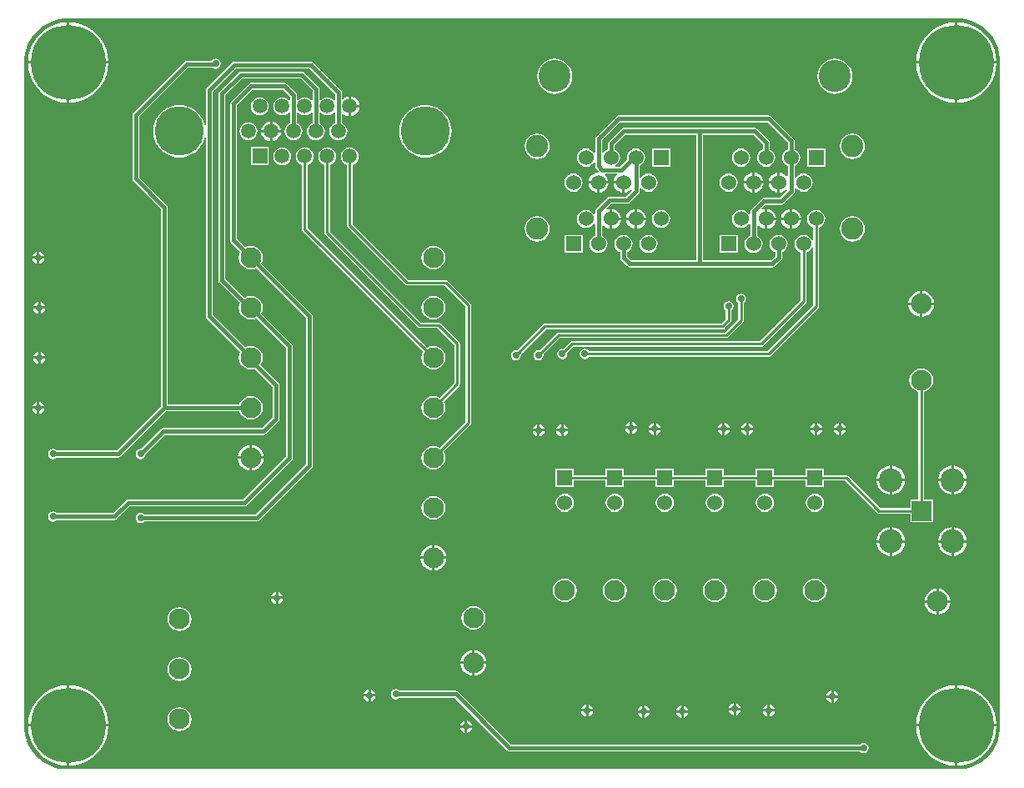
<source format=gbl>
G04*
G04 #@! TF.GenerationSoftware,Altium Limited,Altium Designer,19.1.8 (144)*
G04*
G04 Layer_Physical_Order=2*
G04 Layer_Color=16711680*
%FSLAX25Y25*%
%MOIN*%
G70*
G01*
G75*
%ADD10C,0.01000*%
%ADD13C,0.01500*%
%ADD37C,0.08268*%
%ADD38C,0.12795*%
%ADD39C,0.08858*%
%ADD40C,0.06000*%
%ADD41R,0.06000X0.06000*%
%ADD42C,0.05906*%
%ADD43R,0.05906X0.05906*%
%ADD44C,0.19685*%
%ADD45C,0.03000*%
%ADD46C,0.30000*%
%ADD47R,0.07874X0.07874*%
%ADD48C,0.09449*%
%ADD49R,0.06000X0.06000*%
%ADD50C,0.02800*%
G36*
X476324Y399709D02*
X478476Y399132D01*
X480535Y398280D01*
X482465Y397165D01*
X484233Y395809D01*
X485809Y394233D01*
X487165Y392465D01*
X488280Y390535D01*
X489132Y388476D01*
X489709Y386324D01*
X490000Y384114D01*
Y383000D01*
Y117000D01*
Y115886D01*
X489709Y113676D01*
X489132Y111524D01*
X488280Y109465D01*
X487165Y107535D01*
X485809Y105767D01*
X484233Y104191D01*
X482465Y102835D01*
X480535Y101720D01*
X478476Y100868D01*
X476324Y100291D01*
X474114Y100000D01*
X115886D01*
X113676Y100291D01*
X111524Y100868D01*
X109465Y101720D01*
X107535Y102835D01*
X105767Y104191D01*
X104191Y105767D01*
X102835Y107535D01*
X101720Y109465D01*
X100868Y111524D01*
X100291Y113676D01*
X100000Y115886D01*
Y117000D01*
Y383000D01*
Y384114D01*
X100291Y386324D01*
X100868Y388476D01*
X101720Y390535D01*
X102835Y392465D01*
X104191Y394233D01*
X105767Y395809D01*
X107535Y397165D01*
X109465Y398280D01*
X111524Y399132D01*
X113676Y399709D01*
X115886Y400000D01*
X474114D01*
X476324Y399709D01*
D02*
G37*
%LPC*%
G36*
X176500Y384039D02*
X175720Y383884D01*
X175058Y383442D01*
X174848Y383128D01*
X164751D01*
X164751Y383128D01*
X164225Y383023D01*
X163778Y382725D01*
X163778Y382724D01*
X143527Y362473D01*
X143228Y362027D01*
X143124Y361500D01*
Y336000D01*
X143228Y335473D01*
X143527Y335027D01*
X154624Y323930D01*
Y245070D01*
X136930Y227377D01*
X112986D01*
X112942Y227442D01*
X112280Y227884D01*
X111500Y228039D01*
X110720Y227884D01*
X110058Y227442D01*
X109616Y226780D01*
X109461Y226000D01*
X109616Y225220D01*
X110058Y224558D01*
X110720Y224116D01*
X111500Y223961D01*
X112280Y224116D01*
X112942Y224558D01*
X112986Y224623D01*
X137500D01*
X138027Y224728D01*
X138473Y225027D01*
X156570Y243124D01*
X185946D01*
X186365Y242113D01*
X187124Y241124D01*
X188113Y240365D01*
X189264Y239888D01*
X190500Y239725D01*
X191736Y239888D01*
X192887Y240365D01*
X193876Y241124D01*
X194635Y242113D01*
X195112Y243264D01*
X195275Y244500D01*
X195112Y245736D01*
X194635Y246887D01*
X193876Y247876D01*
X192887Y248635D01*
X191736Y249112D01*
X190500Y249275D01*
X189264Y249112D01*
X188113Y248635D01*
X187124Y247876D01*
X186365Y246887D01*
X185946Y245877D01*
X157376D01*
Y324500D01*
X157377Y324500D01*
X157272Y325027D01*
X156973Y325473D01*
X156973Y325473D01*
X145876Y336570D01*
Y360930D01*
X165321Y380375D01*
X175332D01*
X175720Y380116D01*
X176500Y379961D01*
X177280Y380116D01*
X177942Y380558D01*
X178384Y381220D01*
X178539Y382000D01*
X178384Y382780D01*
X177942Y383442D01*
X177280Y383884D01*
X176500Y384039D01*
D02*
G37*
G36*
X473000Y398510D02*
Y383000D01*
X488510D01*
X488352Y385011D01*
X487764Y387460D01*
X486800Y389786D01*
X485484Y391934D01*
X483849Y393849D01*
X481934Y395484D01*
X479786Y396800D01*
X477460Y397764D01*
X475011Y398352D01*
X473000Y398510D01*
D02*
G37*
G36*
X472000D02*
X469989Y398352D01*
X467540Y397764D01*
X465214Y396800D01*
X463066Y395484D01*
X461151Y393849D01*
X459516Y391934D01*
X458200Y389786D01*
X457236Y387460D01*
X456648Y385011D01*
X456490Y383000D01*
X472000D01*
Y398510D01*
D02*
G37*
G36*
X118000D02*
Y383000D01*
X133510D01*
X133352Y385011D01*
X132764Y387460D01*
X131800Y389786D01*
X130484Y391934D01*
X128849Y393849D01*
X126934Y395484D01*
X124786Y396800D01*
X122460Y397764D01*
X120011Y398352D01*
X118000Y398510D01*
D02*
G37*
G36*
X117000D02*
X114989Y398352D01*
X112540Y397764D01*
X110214Y396800D01*
X108066Y395484D01*
X106151Y393849D01*
X104516Y391934D01*
X103200Y389786D01*
X102236Y387460D01*
X101648Y385011D01*
X101490Y383000D01*
X117000D01*
Y398510D01*
D02*
G37*
G36*
X424000Y384034D02*
X422628Y383899D01*
X421308Y383499D01*
X420092Y382849D01*
X419026Y381974D01*
X418152Y380908D01*
X417502Y379692D01*
X417101Y378372D01*
X416966Y377000D01*
X417101Y375628D01*
X417502Y374308D01*
X418152Y373092D01*
X419026Y372026D01*
X420092Y371151D01*
X421308Y370501D01*
X422628Y370101D01*
X424000Y369966D01*
X425372Y370101D01*
X426692Y370501D01*
X427908Y371151D01*
X428974Y372026D01*
X429848Y373092D01*
X430498Y374308D01*
X430899Y375628D01*
X431034Y377000D01*
X430899Y378372D01*
X430498Y379692D01*
X429848Y380908D01*
X428974Y381974D01*
X427908Y382849D01*
X426692Y383499D01*
X425372Y383899D01*
X424000Y384034D01*
D02*
G37*
G36*
X312000D02*
X310628Y383899D01*
X309308Y383499D01*
X308092Y382849D01*
X307026Y381974D01*
X306152Y380908D01*
X305502Y379692D01*
X305101Y378372D01*
X304966Y377000D01*
X305101Y375628D01*
X305502Y374308D01*
X306152Y373092D01*
X307026Y372026D01*
X308092Y371151D01*
X309308Y370501D01*
X310628Y370101D01*
X312000Y369966D01*
X313372Y370101D01*
X314692Y370501D01*
X315908Y371151D01*
X316974Y372026D01*
X317848Y373092D01*
X318498Y374308D01*
X318899Y375628D01*
X319034Y377000D01*
X318899Y378372D01*
X318498Y379692D01*
X317848Y380908D01*
X316974Y381974D01*
X315908Y382849D01*
X314692Y383499D01*
X313372Y383899D01*
X312000Y384034D01*
D02*
G37*
G36*
X184000Y382876D02*
X183473Y382772D01*
X183027Y382473D01*
X183027Y382473D01*
X173027Y372473D01*
X172728Y372027D01*
X172624Y371500D01*
Y357329D01*
X172124Y357269D01*
X171891Y358237D01*
X171262Y359755D01*
X170403Y361157D01*
X169336Y362407D01*
X168086Y363474D01*
X166685Y364333D01*
X165166Y364962D01*
X163568Y365346D01*
X161929Y365475D01*
X160291Y365346D01*
X158692Y364962D01*
X157174Y364333D01*
X155772Y363474D01*
X154522Y362407D01*
X153455Y361157D01*
X152596Y359755D01*
X151967Y358237D01*
X151583Y356639D01*
X151454Y355000D01*
X151583Y353361D01*
X151967Y351763D01*
X152596Y350244D01*
X153455Y348843D01*
X154522Y347593D01*
X155772Y346526D01*
X157174Y345667D01*
X158692Y345038D01*
X160291Y344654D01*
X161929Y344525D01*
X163568Y344654D01*
X165166Y345038D01*
X166685Y345667D01*
X168086Y346526D01*
X169336Y347593D01*
X170403Y348843D01*
X171262Y350244D01*
X171891Y351763D01*
X172124Y352731D01*
X172624Y352671D01*
Y281000D01*
X172728Y280473D01*
X173027Y280027D01*
X186307Y266747D01*
X185888Y265736D01*
X185725Y264500D01*
X185888Y263264D01*
X186365Y262113D01*
X187124Y261124D01*
X188113Y260365D01*
X189264Y259888D01*
X190500Y259725D01*
X191736Y259888D01*
X192040Y260014D01*
X199124Y252930D01*
Y240570D01*
X194930Y236377D01*
X155500D01*
X154973Y236272D01*
X154527Y235973D01*
X146577Y228024D01*
X146500Y228039D01*
X145720Y227884D01*
X145058Y227442D01*
X144616Y226780D01*
X144461Y226000D01*
X144616Y225220D01*
X145058Y224558D01*
X145720Y224116D01*
X146500Y223961D01*
X147280Y224116D01*
X147942Y224558D01*
X148384Y225220D01*
X148539Y226000D01*
X148524Y226077D01*
X156070Y233624D01*
X195500D01*
X196027Y233728D01*
X196473Y234027D01*
X201473Y239027D01*
X201772Y239473D01*
X201876Y240000D01*
X201876Y240000D01*
Y253500D01*
X201876Y253500D01*
X201772Y254027D01*
X201473Y254473D01*
X201473Y254473D01*
X194287Y261659D01*
X194635Y262113D01*
X195112Y263264D01*
X195275Y264500D01*
X195112Y265736D01*
X194635Y266887D01*
X193876Y267876D01*
X192887Y268635D01*
X191736Y269112D01*
X190500Y269275D01*
X189264Y269112D01*
X188253Y268693D01*
X175376Y281570D01*
Y370930D01*
X184570Y380123D01*
X213930D01*
X224135Y369918D01*
Y367602D01*
X223635Y367432D01*
X223557Y367534D01*
X222815Y368103D01*
X221951Y368461D01*
X221024Y368583D01*
X220096Y368461D01*
X219232Y368103D01*
X218490Y367534D01*
X218412Y367432D01*
X217912Y367602D01*
Y371965D01*
X217807Y372491D01*
X217509Y372938D01*
X211973Y378473D01*
X211527Y378772D01*
X211000Y378876D01*
X186500D01*
X185973Y378772D01*
X185527Y378473D01*
X178027Y370973D01*
X177728Y370527D01*
X177624Y370000D01*
Y295500D01*
X177728Y294973D01*
X178027Y294527D01*
X186160Y286393D01*
X185888Y285736D01*
X185725Y284500D01*
X185888Y283264D01*
X186365Y282113D01*
X187124Y281124D01*
X188113Y280365D01*
X189264Y279888D01*
X190500Y279725D01*
X191736Y279888D01*
X192747Y280307D01*
X204624Y268430D01*
Y225070D01*
X187430Y207876D01*
X141500D01*
X140973Y207772D01*
X140527Y207473D01*
X140527Y207473D01*
X135430Y202376D01*
X112986D01*
X112942Y202442D01*
X112280Y202884D01*
X111500Y203039D01*
X110720Y202884D01*
X110058Y202442D01*
X109616Y201780D01*
X109461Y201000D01*
X109616Y200220D01*
X110058Y199558D01*
X110720Y199116D01*
X111500Y198961D01*
X112280Y199116D01*
X112942Y199558D01*
X112986Y199624D01*
X136000D01*
X136527Y199728D01*
X136973Y200027D01*
X142070Y205123D01*
X188000D01*
X188527Y205228D01*
X188973Y205527D01*
X206973Y223527D01*
X206973Y223527D01*
X207272Y223973D01*
X207377Y224500D01*
Y269000D01*
X207272Y269527D01*
X206973Y269973D01*
X194693Y282253D01*
X195112Y283264D01*
X195275Y284500D01*
X195112Y285736D01*
X194635Y286887D01*
X193876Y287876D01*
X192887Y288635D01*
X191736Y289112D01*
X190500Y289275D01*
X189264Y289112D01*
X188113Y288635D01*
X187942Y288504D01*
X180376Y296070D01*
Y369430D01*
X187070Y376123D01*
X210430D01*
X215159Y371394D01*
Y367602D01*
X214659Y367432D01*
X214581Y367534D01*
X213839Y368103D01*
X212975Y368461D01*
X212047Y368583D01*
X211120Y368461D01*
X210256Y368103D01*
X209513Y367534D01*
X209436Y367432D01*
X208935Y367602D01*
Y369441D01*
X208935Y369441D01*
X208831Y369968D01*
X208532Y370414D01*
X208532Y370414D01*
X204973Y373973D01*
X204527Y374272D01*
X204000Y374377D01*
X190500D01*
X189973Y374272D01*
X189527Y373973D01*
X189527Y373973D01*
X182527Y366973D01*
X182228Y366527D01*
X182124Y366000D01*
Y311500D01*
X182228Y310973D01*
X182527Y310527D01*
X186307Y306747D01*
X185888Y305736D01*
X185725Y304500D01*
X185888Y303264D01*
X186365Y302113D01*
X187124Y301124D01*
X188113Y300365D01*
X189264Y299888D01*
X190500Y299725D01*
X191736Y299888D01*
X192747Y300307D01*
X212624Y280430D01*
Y222070D01*
X192430Y201876D01*
X147986D01*
X147942Y201942D01*
X147280Y202384D01*
X146500Y202539D01*
X145720Y202384D01*
X145058Y201942D01*
X144616Y201280D01*
X144461Y200500D01*
X144616Y199720D01*
X145058Y199058D01*
X145720Y198616D01*
X146500Y198461D01*
X147280Y198616D01*
X147942Y199058D01*
X147986Y199124D01*
X193000D01*
X193527Y199228D01*
X193973Y199527D01*
X214973Y220527D01*
X214973Y220527D01*
X215272Y220973D01*
X215376Y221500D01*
Y281000D01*
X215272Y281527D01*
X214973Y281973D01*
X194693Y302253D01*
X195112Y303264D01*
X195275Y304500D01*
X195112Y305736D01*
X194635Y306887D01*
X193876Y307876D01*
X192887Y308635D01*
X191736Y309112D01*
X190500Y309275D01*
X189264Y309112D01*
X188253Y308693D01*
X184876Y312070D01*
Y365430D01*
X191070Y371623D01*
X203430D01*
X206183Y368871D01*
Y367602D01*
X205683Y367432D01*
X205605Y367534D01*
X204863Y368103D01*
X203998Y368461D01*
X203071Y368583D01*
X202143Y368461D01*
X201279Y368103D01*
X200537Y367534D01*
X199968Y366792D01*
X199609Y365927D01*
X199487Y365000D01*
X199609Y364073D01*
X199968Y363208D01*
X200537Y362466D01*
X201279Y361897D01*
X202143Y361539D01*
X203071Y361417D01*
X203998Y361539D01*
X204863Y361897D01*
X205605Y362466D01*
X205683Y362568D01*
X206183Y362398D01*
Y358275D01*
X205767Y358103D01*
X205025Y357534D01*
X204456Y356792D01*
X204098Y355927D01*
X203976Y355000D01*
X204098Y354073D01*
X204456Y353208D01*
X205025Y352466D01*
X205767Y351897D01*
X206632Y351539D01*
X207559Y351417D01*
X208487Y351539D01*
X209351Y351897D01*
X210093Y352466D01*
X210662Y353208D01*
X211020Y354073D01*
X211142Y355000D01*
X211020Y355927D01*
X210662Y356792D01*
X210093Y357534D01*
X209351Y358103D01*
X208935Y358275D01*
Y362398D01*
X209436Y362568D01*
X209513Y362466D01*
X210256Y361897D01*
X211120Y361539D01*
X212047Y361417D01*
X212975Y361539D01*
X213839Y361897D01*
X214581Y362466D01*
X214659Y362568D01*
X215159Y362398D01*
Y358275D01*
X214744Y358103D01*
X214002Y357534D01*
X213432Y356792D01*
X213074Y355927D01*
X212952Y355000D01*
X213074Y354073D01*
X213432Y353208D01*
X214002Y352466D01*
X214744Y351897D01*
X215608Y351539D01*
X216535Y351417D01*
X217463Y351539D01*
X218327Y351897D01*
X219069Y352466D01*
X219639Y353208D01*
X219997Y354073D01*
X220119Y355000D01*
X219997Y355927D01*
X219639Y356792D01*
X219069Y357534D01*
X218327Y358103D01*
X217912Y358275D01*
Y362398D01*
X218412Y362568D01*
X218490Y362466D01*
X219232Y361897D01*
X220096Y361539D01*
X221024Y361417D01*
X221951Y361539D01*
X222815Y361897D01*
X223557Y362466D01*
X223635Y362568D01*
X224135Y362398D01*
Y358275D01*
X223720Y358103D01*
X222978Y357534D01*
X222409Y356792D01*
X222050Y355927D01*
X221928Y355000D01*
X222050Y354073D01*
X222409Y353208D01*
X222978Y352466D01*
X223720Y351897D01*
X224584Y351539D01*
X225512Y351417D01*
X226439Y351539D01*
X227304Y351897D01*
X228046Y352466D01*
X228615Y353208D01*
X228973Y354073D01*
X229095Y355000D01*
X228973Y355927D01*
X228615Y356792D01*
X228046Y357534D01*
X227304Y358103D01*
X226888Y358275D01*
Y361775D01*
X227388Y362022D01*
X228007Y361547D01*
X228968Y361149D01*
X229500Y361079D01*
Y365000D01*
Y368921D01*
X228968Y368851D01*
X228007Y368453D01*
X227388Y367978D01*
X226888Y368225D01*
Y370488D01*
X226783Y371015D01*
X226485Y371462D01*
X215473Y382473D01*
X215027Y382772D01*
X214500Y382876D01*
X184000D01*
X184000Y382876D01*
D02*
G37*
G36*
X488510Y382000D02*
X473000D01*
Y366490D01*
X475011Y366648D01*
X477460Y367236D01*
X479786Y368200D01*
X481934Y369516D01*
X483849Y371151D01*
X485484Y373066D01*
X486800Y375214D01*
X487764Y377540D01*
X488352Y379989D01*
X488510Y382000D01*
D02*
G37*
G36*
X472000D02*
X456490D01*
X456648Y379989D01*
X457236Y377540D01*
X458200Y375214D01*
X459516Y373066D01*
X461151Y371151D01*
X463066Y369516D01*
X465214Y368200D01*
X467540Y367236D01*
X469989Y366648D01*
X472000Y366490D01*
Y382000D01*
D02*
G37*
G36*
X133510D02*
X118000D01*
Y366490D01*
X120011Y366648D01*
X122460Y367236D01*
X124786Y368200D01*
X126934Y369516D01*
X128849Y371151D01*
X130484Y373066D01*
X131800Y375214D01*
X132764Y377540D01*
X133352Y379989D01*
X133510Y382000D01*
D02*
G37*
G36*
X117000D02*
X101490D01*
X101648Y379989D01*
X102236Y377540D01*
X103200Y375214D01*
X104516Y373066D01*
X106151Y371151D01*
X108066Y369516D01*
X110214Y368200D01*
X112540Y367236D01*
X114989Y366648D01*
X117000Y366490D01*
Y382000D01*
D02*
G37*
G36*
X230500Y368921D02*
Y365500D01*
X233921D01*
X233851Y366032D01*
X233453Y366993D01*
X232819Y367819D01*
X231993Y368453D01*
X231032Y368851D01*
X230500Y368921D01*
D02*
G37*
G36*
X194095Y368583D02*
X193167Y368461D01*
X192303Y368103D01*
X191561Y367534D01*
X190991Y366792D01*
X190633Y365927D01*
X190511Y365000D01*
X190633Y364073D01*
X190991Y363208D01*
X191561Y362466D01*
X192303Y361897D01*
X193167Y361539D01*
X194095Y361417D01*
X195022Y361539D01*
X195886Y361897D01*
X196628Y362466D01*
X197198Y363208D01*
X197556Y364073D01*
X197678Y365000D01*
X197556Y365927D01*
X197198Y366792D01*
X196628Y367534D01*
X195886Y368103D01*
X195022Y368461D01*
X194095Y368583D01*
D02*
G37*
G36*
X233921Y364500D02*
X230500D01*
Y361079D01*
X231032Y361149D01*
X231993Y361547D01*
X232819Y362181D01*
X233453Y363007D01*
X233851Y363968D01*
X233921Y364500D01*
D02*
G37*
G36*
X199083Y358921D02*
Y355500D01*
X202504D01*
X202434Y356032D01*
X202035Y356993D01*
X201402Y357819D01*
X200576Y358453D01*
X199615Y358851D01*
X199083Y358921D01*
D02*
G37*
G36*
X198083Y358921D02*
X197551Y358851D01*
X196589Y358453D01*
X195764Y357819D01*
X195130Y356993D01*
X194732Y356032D01*
X194662Y355500D01*
X198083D01*
Y358921D01*
D02*
G37*
G36*
X189606Y358583D02*
X188679Y358461D01*
X187815Y358103D01*
X187072Y357534D01*
X186503Y356792D01*
X186145Y355927D01*
X186023Y355000D01*
X186145Y354073D01*
X186503Y353208D01*
X187072Y352466D01*
X187815Y351897D01*
X188679Y351539D01*
X189606Y351417D01*
X190534Y351539D01*
X191398Y351897D01*
X192140Y352466D01*
X192710Y353208D01*
X193068Y354073D01*
X193190Y355000D01*
X193068Y355927D01*
X192710Y356792D01*
X192140Y357534D01*
X191398Y358103D01*
X190534Y358461D01*
X189606Y358583D01*
D02*
G37*
G36*
X202504Y354500D02*
X199083D01*
Y351079D01*
X199615Y351149D01*
X200576Y351547D01*
X201402Y352181D01*
X202035Y353007D01*
X202434Y353968D01*
X202504Y354500D01*
D02*
G37*
G36*
X198083D02*
X194662D01*
X194732Y353968D01*
X195130Y353007D01*
X195764Y352181D01*
X196589Y351547D01*
X197551Y351149D01*
X198083Y351079D01*
Y354500D01*
D02*
G37*
G36*
X260315Y365475D02*
X258676Y365346D01*
X257078Y364962D01*
X255559Y364333D01*
X254158Y363474D01*
X252908Y362407D01*
X251841Y361157D01*
X250982Y359755D01*
X250353Y358237D01*
X249969Y356639D01*
X249840Y355000D01*
X249969Y353361D01*
X250353Y351763D01*
X250982Y350244D01*
X251841Y348843D01*
X252908Y347593D01*
X254158Y346526D01*
X255559Y345667D01*
X257078Y345038D01*
X258676Y344654D01*
X260315Y344525D01*
X261954Y344654D01*
X263552Y345038D01*
X265070Y345667D01*
X266472Y346526D01*
X267722Y347593D01*
X268789Y348843D01*
X269648Y350244D01*
X270277Y351763D01*
X270661Y353361D01*
X270790Y355000D01*
X270661Y356639D01*
X270277Y358237D01*
X269648Y359755D01*
X268789Y361157D01*
X267722Y362407D01*
X266472Y363474D01*
X265070Y364333D01*
X263552Y364962D01*
X261954Y365346D01*
X260315Y365475D01*
D02*
G37*
G36*
X431000Y354072D02*
X429687Y353900D01*
X428464Y353393D01*
X427413Y352587D01*
X426607Y351536D01*
X426100Y350313D01*
X425927Y349000D01*
X426100Y347687D01*
X426607Y346464D01*
X427413Y345413D01*
X428464Y344607D01*
X429687Y344100D01*
X431000Y343928D01*
X432313Y344100D01*
X433536Y344607D01*
X434587Y345413D01*
X435393Y346464D01*
X435900Y347687D01*
X436072Y349000D01*
X435900Y350313D01*
X435393Y351536D01*
X434587Y352587D01*
X433536Y353393D01*
X432313Y353900D01*
X431000Y354072D01*
D02*
G37*
G36*
X305000D02*
X303687Y353900D01*
X302464Y353393D01*
X301413Y352587D01*
X300607Y351536D01*
X300100Y350313D01*
X299927Y349000D01*
X300100Y347687D01*
X300607Y346464D01*
X301413Y345413D01*
X302464Y344607D01*
X303687Y344100D01*
X305000Y343928D01*
X306313Y344100D01*
X307536Y344607D01*
X308587Y345413D01*
X309393Y346464D01*
X309900Y347687D01*
X310072Y349000D01*
X309900Y350313D01*
X309393Y351536D01*
X308587Y352587D01*
X307536Y353393D01*
X306313Y353900D01*
X305000Y354072D01*
D02*
G37*
G36*
X197726Y348710D02*
X190621D01*
Y341605D01*
X197726D01*
Y348710D01*
D02*
G37*
G36*
X203071Y348583D02*
X202143Y348461D01*
X201279Y348103D01*
X200537Y347534D01*
X199968Y346792D01*
X199609Y345927D01*
X199487Y345000D01*
X199609Y344073D01*
X199968Y343208D01*
X200537Y342466D01*
X201279Y341897D01*
X202143Y341539D01*
X203071Y341417D01*
X203998Y341539D01*
X204863Y341897D01*
X205605Y342466D01*
X206174Y343208D01*
X206532Y344073D01*
X206654Y345000D01*
X206532Y345927D01*
X206174Y346792D01*
X205605Y347534D01*
X204863Y348103D01*
X203998Y348461D01*
X203071Y348583D01*
D02*
G37*
G36*
X420100Y348100D02*
X412900D01*
Y340900D01*
X420100D01*
Y348100D01*
D02*
G37*
G36*
X358100D02*
X350900D01*
Y340900D01*
X358100D01*
Y348100D01*
D02*
G37*
G36*
X386500Y348131D02*
X385560Y348007D01*
X384684Y347645D01*
X383932Y347067D01*
X383355Y346316D01*
X382993Y345440D01*
X382869Y344500D01*
X382993Y343560D01*
X383355Y342685D01*
X383932Y341933D01*
X384684Y341355D01*
X385560Y340993D01*
X386500Y340869D01*
X387440Y340993D01*
X388316Y341355D01*
X389068Y341933D01*
X389645Y342685D01*
X390007Y343560D01*
X390131Y344500D01*
X390007Y345440D01*
X389645Y346316D01*
X389068Y347067D01*
X388316Y347645D01*
X387440Y348007D01*
X386500Y348131D01*
D02*
G37*
G36*
X337500Y361377D02*
X336973Y361272D01*
X336527Y360973D01*
X328527Y352973D01*
X328228Y352527D01*
X328123Y352000D01*
Y346568D01*
X327676Y346340D01*
X327624Y346343D01*
X327067Y347067D01*
X326315Y347645D01*
X325440Y348007D01*
X324500Y348131D01*
X323560Y348007D01*
X322685Y347645D01*
X321933Y347067D01*
X321355Y346316D01*
X320993Y345440D01*
X320869Y344500D01*
X320993Y343560D01*
X321355Y342685D01*
X321933Y341933D01*
X322685Y341355D01*
X323560Y340993D01*
X324500Y340869D01*
X325440Y340993D01*
X326315Y341355D01*
X327067Y341933D01*
X327624Y342657D01*
X327676Y342660D01*
X328123Y342432D01*
Y341000D01*
X328228Y340473D01*
X328527Y340027D01*
X329532Y339021D01*
X329526Y338934D01*
X329334Y338513D01*
X328456Y338397D01*
X327483Y337994D01*
X326647Y337353D01*
X326006Y336517D01*
X325603Y335544D01*
X325531Y335000D01*
X329500D01*
X333469D01*
X333397Y335544D01*
X332994Y336517D01*
X332353Y337353D01*
X332000Y337624D01*
X332170Y338123D01*
X336830D01*
X337000Y337624D01*
X336647Y337353D01*
X336006Y336517D01*
X335603Y335544D01*
X335531Y335000D01*
X339500D01*
Y334500D01*
X340000D01*
Y330531D01*
X340544Y330603D01*
X341517Y331006D01*
X342353Y331647D01*
X342355Y331649D01*
X342891Y331527D01*
X342923Y331370D01*
X340430Y328876D01*
X334000D01*
X333473Y328772D01*
X333027Y328473D01*
X328527Y323973D01*
X328228Y323527D01*
X328123Y323000D01*
Y322068D01*
X327676Y321840D01*
X327624Y321843D01*
X327067Y322568D01*
X326315Y323145D01*
X325440Y323507D01*
X324500Y323631D01*
X323560Y323507D01*
X322685Y323145D01*
X321933Y322568D01*
X321355Y321815D01*
X320993Y320940D01*
X320869Y320000D01*
X320993Y319060D01*
X321355Y318184D01*
X321933Y317432D01*
X322685Y316855D01*
X323560Y316493D01*
X324500Y316369D01*
X325440Y316493D01*
X326315Y316855D01*
X327067Y317432D01*
X327624Y318157D01*
X327676Y318160D01*
X328123Y317932D01*
Y313327D01*
X327684Y313145D01*
X326933Y312567D01*
X326355Y311816D01*
X325993Y310940D01*
X325869Y310000D01*
X325993Y309060D01*
X326355Y308185D01*
X326933Y307433D01*
X327684Y306855D01*
X328560Y306493D01*
X329500Y306369D01*
X330440Y306493D01*
X331315Y306855D01*
X332067Y307433D01*
X332645Y308185D01*
X333007Y309060D01*
X333131Y310000D01*
X333007Y310940D01*
X332645Y311816D01*
X332067Y312567D01*
X331315Y313145D01*
X330876Y313327D01*
Y317330D01*
X331377Y317500D01*
X331647Y317147D01*
X332483Y316506D01*
X333456Y316103D01*
X334000Y316031D01*
Y320000D01*
Y323969D01*
X333456Y323897D01*
X332764Y323611D01*
X332481Y324035D01*
X334570Y326123D01*
X341000D01*
X341527Y326228D01*
X341973Y326527D01*
X345473Y330027D01*
X345772Y330473D01*
X345877Y331000D01*
X345877Y331000D01*
Y332432D01*
X346324Y332660D01*
X346376Y332657D01*
X346933Y331932D01*
X347685Y331355D01*
X348560Y330993D01*
X349500Y330869D01*
X350440Y330993D01*
X351315Y331355D01*
X352067Y331932D01*
X352645Y332684D01*
X353007Y333560D01*
X353131Y334500D01*
X353007Y335440D01*
X352645Y336315D01*
X352067Y337068D01*
X351315Y337645D01*
X350440Y338007D01*
X349500Y338131D01*
X348560Y338007D01*
X347685Y337645D01*
X346933Y337068D01*
X346376Y336343D01*
X346324Y336340D01*
X345877Y336568D01*
Y341174D01*
X346316Y341355D01*
X347067Y341933D01*
X347645Y342685D01*
X348007Y343560D01*
X348131Y344500D01*
X348007Y345440D01*
X347645Y346316D01*
X347067Y347067D01*
X346316Y347645D01*
X345440Y348007D01*
X344500Y348131D01*
X343560Y348007D01*
X342685Y347645D01*
X341933Y347067D01*
X341355Y346316D01*
X340993Y345440D01*
X340869Y344500D01*
X340949Y343895D01*
X337930Y340877D01*
X336568D01*
X336340Y341324D01*
X336343Y341376D01*
X337068Y341933D01*
X337645Y342685D01*
X338007Y343560D01*
X338131Y344500D01*
X338007Y345440D01*
X337645Y346316D01*
X337068Y347067D01*
X336315Y347645D01*
X335876Y347827D01*
Y349430D01*
X340070Y353624D01*
X368623D01*
Y303377D01*
X342570D01*
X340877Y305070D01*
Y306674D01*
X341316Y306855D01*
X342068Y307433D01*
X342645Y308185D01*
X343007Y309060D01*
X343131Y310000D01*
X343007Y310940D01*
X342645Y311816D01*
X342068Y312567D01*
X341316Y313145D01*
X340440Y313507D01*
X339500Y313631D01*
X338560Y313507D01*
X337684Y313145D01*
X336932Y312567D01*
X336355Y311816D01*
X335993Y310940D01*
X335869Y310000D01*
X335993Y309060D01*
X336355Y308185D01*
X336932Y307433D01*
X337684Y306855D01*
X338123Y306674D01*
Y304500D01*
X338228Y303973D01*
X338527Y303527D01*
X341027Y301027D01*
X341027Y301027D01*
X341473Y300728D01*
X342000Y300623D01*
X370500D01*
X370500Y300623D01*
X370500Y300623D01*
X399000D01*
X399527Y300728D01*
X399973Y301027D01*
X402473Y303527D01*
X402473Y303527D01*
X402772Y303973D01*
X402877Y304500D01*
Y306674D01*
X403315Y306855D01*
X404068Y307433D01*
X404645Y308185D01*
X405007Y309060D01*
X405131Y310000D01*
X405007Y310940D01*
X404645Y311816D01*
X404068Y312567D01*
X403315Y313145D01*
X402440Y313507D01*
X401500Y313631D01*
X400560Y313507D01*
X399685Y313145D01*
X398933Y312567D01*
X398355Y311816D01*
X397993Y310940D01*
X397869Y310000D01*
X397993Y309060D01*
X398355Y308185D01*
X398933Y307433D01*
X399685Y306855D01*
X400124Y306674D01*
Y305070D01*
X398430Y303377D01*
X371376D01*
Y353624D01*
X391430D01*
X395124Y349930D01*
Y347827D01*
X394685Y347645D01*
X393933Y347067D01*
X393355Y346316D01*
X392993Y345440D01*
X392869Y344500D01*
X392993Y343560D01*
X393355Y342685D01*
X393933Y341933D01*
X394685Y341355D01*
X395560Y340993D01*
X396500Y340869D01*
X397440Y340993D01*
X398316Y341355D01*
X399067Y341933D01*
X399645Y342685D01*
X400007Y343560D01*
X400131Y344500D01*
X400007Y345440D01*
X399645Y346316D01*
X399067Y347067D01*
X398316Y347645D01*
X397877Y347827D01*
Y350500D01*
X397772Y351027D01*
X397473Y351473D01*
X392973Y355973D01*
X392527Y356272D01*
X392000Y356377D01*
X339500D01*
X339500Y356377D01*
X338973Y356272D01*
X338527Y355973D01*
X333527Y350973D01*
X333228Y350527D01*
X333123Y350000D01*
Y347827D01*
X332684Y347645D01*
X331932Y347067D01*
X331377Y346343D01*
X331324Y346340D01*
X330876Y346568D01*
Y351430D01*
X338070Y358624D01*
X396930D01*
X405124Y350430D01*
Y347827D01*
X404684Y347645D01*
X403933Y347067D01*
X403355Y346316D01*
X402993Y345440D01*
X402869Y344500D01*
X402993Y343560D01*
X403355Y342685D01*
X403933Y341933D01*
X404684Y341355D01*
X405124Y341174D01*
Y337170D01*
X404624Y337000D01*
X404353Y337353D01*
X403517Y337994D01*
X402544Y338397D01*
X402000Y338469D01*
Y334500D01*
Y330531D01*
X402544Y330603D01*
X403517Y331006D01*
X404353Y331647D01*
X404355Y331649D01*
X404891Y331527D01*
X404923Y331370D01*
X401930Y328377D01*
X395500D01*
X394973Y328272D01*
X394527Y327973D01*
X394527Y327973D01*
X390527Y323973D01*
X390228Y323527D01*
X390124Y323000D01*
Y322068D01*
X389676Y321840D01*
X389623Y321843D01*
X389068Y322568D01*
X388316Y323145D01*
X387440Y323507D01*
X386500Y323631D01*
X385560Y323507D01*
X384684Y323145D01*
X383932Y322568D01*
X383355Y321815D01*
X382993Y320940D01*
X382869Y320000D01*
X382993Y319060D01*
X383355Y318184D01*
X383932Y317432D01*
X384684Y316855D01*
X385560Y316493D01*
X386500Y316369D01*
X387440Y316493D01*
X388316Y316855D01*
X389068Y317432D01*
X389623Y318157D01*
X389676Y318160D01*
X390124Y317932D01*
Y313327D01*
X389685Y313145D01*
X388932Y312567D01*
X388355Y311816D01*
X387993Y310940D01*
X387869Y310000D01*
X387993Y309060D01*
X388355Y308185D01*
X388932Y307433D01*
X389685Y306855D01*
X390560Y306493D01*
X391500Y306369D01*
X392440Y306493D01*
X393316Y306855D01*
X394068Y307433D01*
X394645Y308185D01*
X395007Y309060D01*
X395131Y310000D01*
X395007Y310940D01*
X394645Y311816D01*
X394068Y312567D01*
X393316Y313145D01*
X392877Y313327D01*
Y317330D01*
X393376Y317500D01*
X393647Y317147D01*
X394483Y316506D01*
X395456Y316103D01*
X396000Y316031D01*
Y320000D01*
Y323969D01*
X395456Y323897D01*
X394764Y323611D01*
X394481Y324035D01*
X396070Y325623D01*
X402500D01*
X403027Y325728D01*
X403473Y326027D01*
X407473Y330027D01*
X407473Y330027D01*
X407772Y330473D01*
X407876Y331000D01*
Y332432D01*
X408324Y332660D01*
X408377Y332657D01*
X408932Y331932D01*
X409685Y331355D01*
X410560Y330993D01*
X411500Y330869D01*
X412440Y330993D01*
X413315Y331355D01*
X414068Y331932D01*
X414645Y332684D01*
X415007Y333560D01*
X415131Y334500D01*
X415007Y335440D01*
X414645Y336315D01*
X414068Y337068D01*
X413315Y337645D01*
X412440Y338007D01*
X411500Y338131D01*
X410560Y338007D01*
X409685Y337645D01*
X408932Y337068D01*
X408377Y336343D01*
X408324Y336340D01*
X407876Y336568D01*
Y341174D01*
X408316Y341355D01*
X409067Y341933D01*
X409645Y342685D01*
X410007Y343560D01*
X410131Y344500D01*
X410007Y345440D01*
X409645Y346316D01*
X409067Y347067D01*
X408316Y347645D01*
X407876Y347827D01*
Y351000D01*
X407772Y351527D01*
X407473Y351973D01*
X398473Y360973D01*
X398027Y361272D01*
X397500Y361377D01*
X337500D01*
X337500Y361377D01*
D02*
G37*
G36*
X392000Y338469D02*
Y335000D01*
X395469D01*
X395397Y335544D01*
X394994Y336517D01*
X394353Y337353D01*
X393517Y337994D01*
X392544Y338397D01*
X392000Y338469D01*
D02*
G37*
G36*
X401000D02*
X400456Y338397D01*
X399483Y337994D01*
X398647Y337353D01*
X398006Y336517D01*
X397603Y335544D01*
X397531Y335000D01*
X401000D01*
Y338469D01*
D02*
G37*
G36*
X391000D02*
X390456Y338397D01*
X389483Y337994D01*
X388647Y337353D01*
X388006Y336517D01*
X387603Y335544D01*
X387531Y335000D01*
X391000D01*
Y338469D01*
D02*
G37*
G36*
X381500Y338131D02*
X380560Y338007D01*
X379684Y337645D01*
X378932Y337068D01*
X378355Y336315D01*
X377993Y335440D01*
X377869Y334500D01*
X377993Y333560D01*
X378355Y332684D01*
X378932Y331932D01*
X379684Y331355D01*
X380560Y330993D01*
X381500Y330869D01*
X382440Y330993D01*
X383315Y331355D01*
X384068Y331932D01*
X384645Y332684D01*
X385007Y333560D01*
X385131Y334500D01*
X385007Y335440D01*
X384645Y336315D01*
X384068Y337068D01*
X383315Y337645D01*
X382440Y338007D01*
X381500Y338131D01*
D02*
G37*
G36*
X319500D02*
X318560Y338007D01*
X317685Y337645D01*
X316933Y337068D01*
X316355Y336315D01*
X315993Y335440D01*
X315869Y334500D01*
X315993Y333560D01*
X316355Y332684D01*
X316933Y331932D01*
X317685Y331355D01*
X318560Y330993D01*
X319500Y330869D01*
X320440Y330993D01*
X321316Y331355D01*
X322067Y331932D01*
X322645Y332684D01*
X323007Y333560D01*
X323131Y334500D01*
X323007Y335440D01*
X322645Y336315D01*
X322067Y337068D01*
X321316Y337645D01*
X320440Y338007D01*
X319500Y338131D01*
D02*
G37*
G36*
X395469Y334000D02*
X392000D01*
Y330531D01*
X392544Y330603D01*
X393517Y331006D01*
X394353Y331647D01*
X394994Y332483D01*
X395397Y333456D01*
X395469Y334000D01*
D02*
G37*
G36*
X333469D02*
X330000D01*
Y330531D01*
X330544Y330603D01*
X331517Y331006D01*
X332353Y331647D01*
X332994Y332483D01*
X333397Y333456D01*
X333469Y334000D01*
D02*
G37*
G36*
X401000D02*
X397531D01*
X397603Y333456D01*
X398006Y332483D01*
X398647Y331647D01*
X399483Y331006D01*
X400456Y330603D01*
X401000Y330531D01*
Y334000D01*
D02*
G37*
G36*
X391000D02*
X387531D01*
X387603Y333456D01*
X388006Y332483D01*
X388647Y331647D01*
X389483Y331006D01*
X390456Y330603D01*
X391000Y330531D01*
Y334000D01*
D02*
G37*
G36*
X339000D02*
X335531D01*
X335603Y333456D01*
X336006Y332483D01*
X336647Y331647D01*
X337483Y331006D01*
X338456Y330603D01*
X339000Y330531D01*
Y334000D01*
D02*
G37*
G36*
X329000D02*
X325531D01*
X325603Y333456D01*
X326006Y332483D01*
X326647Y331647D01*
X327483Y331006D01*
X328456Y330603D01*
X329000Y330531D01*
Y334000D01*
D02*
G37*
G36*
X397000Y323969D02*
Y320500D01*
X400469D01*
X400397Y321044D01*
X399994Y322017D01*
X399353Y322853D01*
X398517Y323494D01*
X397544Y323897D01*
X397000Y323969D01*
D02*
G37*
G36*
X335000D02*
Y320500D01*
X338469D01*
X338397Y321044D01*
X337994Y322017D01*
X337353Y322853D01*
X336517Y323494D01*
X335544Y323897D01*
X335000Y323969D01*
D02*
G37*
G36*
X407000D02*
Y320500D01*
X410469D01*
X410397Y321044D01*
X409994Y322017D01*
X409353Y322853D01*
X408517Y323494D01*
X407544Y323897D01*
X407000Y323969D01*
D02*
G37*
G36*
X345000D02*
Y320500D01*
X348469D01*
X348397Y321044D01*
X347994Y322017D01*
X347353Y322853D01*
X346517Y323494D01*
X345544Y323897D01*
X345000Y323969D01*
D02*
G37*
G36*
X406000D02*
X405456Y323897D01*
X404483Y323494D01*
X403647Y322853D01*
X403006Y322017D01*
X402603Y321044D01*
X402531Y320500D01*
X406000D01*
Y323969D01*
D02*
G37*
G36*
X344000D02*
X343456Y323897D01*
X342483Y323494D01*
X341647Y322853D01*
X341006Y322017D01*
X340603Y321044D01*
X340531Y320500D01*
X344000D01*
Y323969D01*
D02*
G37*
G36*
X354500Y323631D02*
X353560Y323507D01*
X352684Y323145D01*
X351933Y322568D01*
X351355Y321815D01*
X350993Y320940D01*
X350869Y320000D01*
X350993Y319060D01*
X351355Y318184D01*
X351933Y317432D01*
X352684Y316855D01*
X353560Y316493D01*
X354500Y316369D01*
X355440Y316493D01*
X356315Y316855D01*
X357067Y317432D01*
X357645Y318184D01*
X358007Y319060D01*
X358131Y320000D01*
X358007Y320940D01*
X357645Y321815D01*
X357067Y322568D01*
X356315Y323145D01*
X355440Y323507D01*
X354500Y323631D01*
D02*
G37*
G36*
X338469Y319500D02*
X335000D01*
Y316031D01*
X335544Y316103D01*
X336517Y316506D01*
X337353Y317147D01*
X337994Y317983D01*
X338397Y318956D01*
X338469Y319500D01*
D02*
G37*
G36*
X410469D02*
X407000D01*
Y316031D01*
X407544Y316103D01*
X408517Y316506D01*
X409353Y317147D01*
X409994Y317983D01*
X410397Y318956D01*
X410469Y319500D01*
D02*
G37*
G36*
X400469D02*
X397000D01*
Y316031D01*
X397544Y316103D01*
X398517Y316506D01*
X399353Y317147D01*
X399994Y317983D01*
X400397Y318956D01*
X400469Y319500D01*
D02*
G37*
G36*
X348469D02*
X345000D01*
Y316031D01*
X345544Y316103D01*
X346517Y316506D01*
X347353Y317147D01*
X347994Y317983D01*
X348397Y318956D01*
X348469Y319500D01*
D02*
G37*
G36*
X406000D02*
X402531D01*
X402603Y318956D01*
X403006Y317983D01*
X403647Y317147D01*
X404483Y316506D01*
X405456Y316103D01*
X406000Y316031D01*
Y319500D01*
D02*
G37*
G36*
X344000D02*
X340531D01*
X340603Y318956D01*
X341006Y317983D01*
X341647Y317147D01*
X342483Y316506D01*
X343456Y316103D01*
X344000Y316031D01*
Y319500D01*
D02*
G37*
G36*
X416500Y323631D02*
X415560Y323507D01*
X414684Y323145D01*
X413932Y322568D01*
X413355Y321815D01*
X412993Y320940D01*
X412869Y320000D01*
X412993Y319060D01*
X413355Y318184D01*
X413932Y317432D01*
X414684Y316855D01*
X415378Y316568D01*
Y311350D01*
X414878Y311251D01*
X414645Y311816D01*
X414068Y312567D01*
X413315Y313145D01*
X412440Y313507D01*
X411500Y313631D01*
X410560Y313507D01*
X409685Y313145D01*
X408932Y312567D01*
X408355Y311816D01*
X407993Y310940D01*
X407869Y310000D01*
X407993Y309060D01*
X408355Y308185D01*
X408932Y307433D01*
X409685Y306855D01*
X410378Y306568D01*
Y287465D01*
X394035Y271122D01*
X319000D01*
X318571Y271036D01*
X318207Y270793D01*
X318207Y270793D01*
X315378Y267964D01*
X315000Y268039D01*
X314220Y267884D01*
X313558Y267442D01*
X313116Y266780D01*
X312961Y266000D01*
X313116Y265220D01*
X313558Y264558D01*
X314220Y264116D01*
X315000Y263961D01*
X315780Y264116D01*
X316442Y264558D01*
X316884Y265220D01*
X317039Y266000D01*
X316964Y266378D01*
X319465Y268879D01*
X394500D01*
X394500Y268878D01*
X394929Y268964D01*
X395293Y269207D01*
X412293Y286207D01*
X412536Y286571D01*
X412622Y287000D01*
X412622Y287000D01*
Y306568D01*
X413315Y306855D01*
X414068Y307433D01*
X414645Y308185D01*
X414878Y308749D01*
X415378Y308650D01*
Y285465D01*
X397035Y267122D01*
X325656D01*
X325442Y267442D01*
X324780Y267884D01*
X324000Y268039D01*
X323220Y267884D01*
X322558Y267442D01*
X322116Y266780D01*
X321961Y266000D01*
X322116Y265220D01*
X322558Y264558D01*
X323220Y264116D01*
X324000Y263961D01*
X324780Y264116D01*
X325442Y264558D01*
X325656Y264879D01*
X397500D01*
X397500Y264878D01*
X397929Y264964D01*
X398293Y265207D01*
X417293Y284207D01*
X417293Y284207D01*
X417536Y284571D01*
X417622Y285000D01*
X417622Y285000D01*
Y316568D01*
X418316Y316855D01*
X419068Y317432D01*
X419645Y318184D01*
X420007Y319060D01*
X420131Y320000D01*
X420007Y320940D01*
X419645Y321815D01*
X419068Y322568D01*
X418316Y323145D01*
X417440Y323507D01*
X416500Y323631D01*
D02*
G37*
G36*
X431000Y321073D02*
X429687Y320900D01*
X428464Y320393D01*
X427413Y319587D01*
X426607Y318536D01*
X426100Y317313D01*
X425927Y316000D01*
X426100Y314687D01*
X426607Y313464D01*
X427413Y312413D01*
X428464Y311607D01*
X429687Y311100D01*
X431000Y310928D01*
X432313Y311100D01*
X433536Y311607D01*
X434587Y312413D01*
X435393Y313464D01*
X435900Y314687D01*
X436072Y316000D01*
X435900Y317313D01*
X435393Y318536D01*
X434587Y319587D01*
X433536Y320393D01*
X432313Y320900D01*
X431000Y321073D01*
D02*
G37*
G36*
X305000D02*
X303687Y320900D01*
X302464Y320393D01*
X301413Y319587D01*
X300607Y318536D01*
X300100Y317313D01*
X299927Y316000D01*
X300100Y314687D01*
X300607Y313464D01*
X301413Y312413D01*
X302464Y311607D01*
X303687Y311100D01*
X305000Y310928D01*
X306313Y311100D01*
X307536Y311607D01*
X308587Y312413D01*
X309393Y313464D01*
X309900Y314687D01*
X310072Y316000D01*
X309900Y317313D01*
X309393Y318536D01*
X308587Y319587D01*
X307536Y320393D01*
X306313Y320900D01*
X305000Y321073D01*
D02*
G37*
G36*
X385100Y313600D02*
X377900D01*
Y306400D01*
X385100D01*
Y313600D01*
D02*
G37*
G36*
X323100D02*
X315900D01*
Y306400D01*
X323100D01*
Y313600D01*
D02*
G37*
G36*
X349500Y313631D02*
X348560Y313507D01*
X347685Y313145D01*
X346933Y312567D01*
X346355Y311816D01*
X345993Y310940D01*
X345869Y310000D01*
X345993Y309060D01*
X346355Y308185D01*
X346933Y307433D01*
X347685Y306855D01*
X348560Y306493D01*
X349500Y306369D01*
X350440Y306493D01*
X351315Y306855D01*
X352067Y307433D01*
X352645Y308185D01*
X353007Y309060D01*
X353131Y310000D01*
X353007Y310940D01*
X352645Y311816D01*
X352067Y312567D01*
X351315Y313145D01*
X350440Y313507D01*
X349500Y313631D01*
D02*
G37*
G36*
X106000Y306848D02*
Y305000D01*
X107848D01*
X107761Y305436D01*
X107230Y306230D01*
X106436Y306761D01*
X106000Y306848D01*
D02*
G37*
G36*
X105000D02*
X104564Y306761D01*
X103770Y306230D01*
X103239Y305436D01*
X103152Y305000D01*
X105000D01*
Y306848D01*
D02*
G37*
G36*
X107848Y304000D02*
X106000D01*
Y302152D01*
X106436Y302239D01*
X107230Y302770D01*
X107761Y303564D01*
X107848Y304000D01*
D02*
G37*
G36*
X105000D02*
X103152D01*
X103239Y303564D01*
X103770Y302770D01*
X104564Y302239D01*
X105000Y302152D01*
Y304000D01*
D02*
G37*
G36*
X263500Y309275D02*
X262264Y309112D01*
X261113Y308635D01*
X260124Y307876D01*
X259365Y306887D01*
X258888Y305736D01*
X258725Y304500D01*
X258888Y303264D01*
X259365Y302113D01*
X260124Y301124D01*
X261113Y300365D01*
X262264Y299888D01*
X263500Y299725D01*
X264736Y299888D01*
X265887Y300365D01*
X266876Y301124D01*
X267635Y302113D01*
X268112Y303264D01*
X268275Y304500D01*
X268112Y305736D01*
X267635Y306887D01*
X266876Y307876D01*
X265887Y308635D01*
X264736Y309112D01*
X263500Y309275D01*
D02*
G37*
G36*
X459000Y291112D02*
Y286500D01*
X463612D01*
X463502Y287340D01*
X462984Y288589D01*
X462161Y289662D01*
X461089Y290484D01*
X459840Y291002D01*
X459000Y291112D01*
D02*
G37*
G36*
X458000D02*
X457160Y291002D01*
X455911Y290484D01*
X454839Y289662D01*
X454016Y288589D01*
X453498Y287340D01*
X453388Y286500D01*
X458000D01*
Y291112D01*
D02*
G37*
G36*
X106500Y286848D02*
Y285000D01*
X108348D01*
X108261Y285436D01*
X107730Y286230D01*
X106936Y286761D01*
X106500Y286848D01*
D02*
G37*
G36*
X105500D02*
X105064Y286761D01*
X104270Y286230D01*
X103739Y285436D01*
X103652Y285000D01*
X105500D01*
Y286848D01*
D02*
G37*
G36*
X108348Y284000D02*
X106500D01*
Y282152D01*
X106936Y282239D01*
X107730Y282770D01*
X108261Y283564D01*
X108348Y284000D01*
D02*
G37*
G36*
X105500D02*
X103652D01*
X103739Y283564D01*
X104270Y282770D01*
X105064Y282239D01*
X105500Y282152D01*
Y284000D01*
D02*
G37*
G36*
X463612Y285500D02*
X459000D01*
Y280888D01*
X459840Y280998D01*
X461089Y281516D01*
X462161Y282339D01*
X462984Y283411D01*
X463502Y284660D01*
X463612Y285500D01*
D02*
G37*
G36*
X458000D02*
X453388D01*
X453498Y284660D01*
X454016Y283411D01*
X454839Y282339D01*
X455911Y281516D01*
X457160Y280998D01*
X458000Y280888D01*
Y285500D01*
D02*
G37*
G36*
X263500Y289275D02*
X262264Y289112D01*
X261113Y288635D01*
X260124Y287876D01*
X259365Y286887D01*
X258888Y285736D01*
X258725Y284500D01*
X258888Y283264D01*
X259365Y282113D01*
X260124Y281124D01*
X261113Y280365D01*
X262264Y279888D01*
X263500Y279725D01*
X264736Y279888D01*
X265887Y280365D01*
X266876Y281124D01*
X267635Y282113D01*
X268112Y283264D01*
X268275Y284500D01*
X268112Y285736D01*
X267635Y286887D01*
X266876Y287876D01*
X265887Y288635D01*
X264736Y289112D01*
X263500Y289275D01*
D02*
G37*
G36*
X381500Y287039D02*
X380720Y286884D01*
X380058Y286442D01*
X379616Y285780D01*
X379461Y285000D01*
X379616Y284220D01*
X380058Y283558D01*
X380379Y283344D01*
Y279965D01*
X378535Y278121D01*
X308000D01*
X308000Y278122D01*
X307571Y278036D01*
X307207Y277793D01*
X307207Y277793D01*
X296878Y267464D01*
X296500Y267539D01*
X295720Y267384D01*
X295058Y266942D01*
X294616Y266280D01*
X294461Y265500D01*
X294616Y264720D01*
X295058Y264058D01*
X295720Y263616D01*
X296500Y263461D01*
X297280Y263616D01*
X297942Y264058D01*
X298384Y264720D01*
X298539Y265500D01*
X298464Y265878D01*
X308465Y275879D01*
X379000D01*
X379000Y275878D01*
X379429Y275964D01*
X379793Y276207D01*
X382293Y278707D01*
X382293Y278707D01*
X382536Y279071D01*
X382622Y279500D01*
Y283344D01*
X382942Y283558D01*
X383384Y284220D01*
X383539Y285000D01*
X383384Y285780D01*
X382942Y286442D01*
X382280Y286884D01*
X381500Y287039D01*
D02*
G37*
G36*
X386500Y290039D02*
X385720Y289884D01*
X385058Y289442D01*
X384616Y288780D01*
X384461Y288000D01*
X384616Y287220D01*
X385058Y286558D01*
X385379Y286344D01*
Y279965D01*
X380035Y274622D01*
X313500D01*
X313500Y274622D01*
X313071Y274536D01*
X312707Y274293D01*
X312707Y274293D01*
X305878Y267464D01*
X305500Y267539D01*
X304720Y267384D01*
X304058Y266942D01*
X303616Y266280D01*
X303461Y265500D01*
X303616Y264720D01*
X304058Y264058D01*
X304720Y263616D01*
X305500Y263461D01*
X306280Y263616D01*
X306942Y264058D01*
X307384Y264720D01*
X307539Y265500D01*
X307464Y265878D01*
X313965Y272378D01*
X380500D01*
X380500Y272378D01*
X380929Y272464D01*
X381293Y272707D01*
X387293Y278707D01*
X387293Y278707D01*
X387536Y279071D01*
X387622Y279500D01*
X387621Y279500D01*
Y286344D01*
X387942Y286558D01*
X388384Y287220D01*
X388539Y288000D01*
X388384Y288780D01*
X387942Y289442D01*
X387280Y289884D01*
X386500Y290039D01*
D02*
G37*
G36*
X106500Y266848D02*
Y265000D01*
X108348D01*
X108261Y265436D01*
X107730Y266230D01*
X106936Y266761D01*
X106500Y266848D01*
D02*
G37*
G36*
X105500D02*
X105064Y266761D01*
X104270Y266230D01*
X103739Y265436D01*
X103652Y265000D01*
X105500D01*
Y266848D01*
D02*
G37*
G36*
X108348Y264000D02*
X106500D01*
Y262152D01*
X106936Y262239D01*
X107730Y262770D01*
X108261Y263564D01*
X108348Y264000D01*
D02*
G37*
G36*
X105500D02*
X103652D01*
X103739Y263564D01*
X104270Y262770D01*
X105064Y262239D01*
X105500Y262152D01*
Y264000D01*
D02*
G37*
G36*
X212047Y348583D02*
X211120Y348461D01*
X210256Y348103D01*
X209513Y347534D01*
X208944Y346792D01*
X208586Y345927D01*
X208464Y345000D01*
X208586Y344073D01*
X208944Y343208D01*
X209513Y342466D01*
X210256Y341897D01*
X210926Y341619D01*
Y315953D01*
X210926Y315953D01*
X211011Y315524D01*
X211254Y315160D01*
X259435Y266979D01*
X259365Y266887D01*
X258888Y265736D01*
X258725Y264500D01*
X258888Y263264D01*
X259365Y262113D01*
X260124Y261124D01*
X261113Y260365D01*
X262264Y259888D01*
X263500Y259725D01*
X264736Y259888D01*
X265887Y260365D01*
X266876Y261124D01*
X267635Y262113D01*
X268112Y263264D01*
X268275Y264500D01*
X268112Y265736D01*
X267635Y266887D01*
X266876Y267876D01*
X265887Y268635D01*
X264736Y269112D01*
X263500Y269275D01*
X262264Y269112D01*
X261113Y268635D01*
X261021Y268565D01*
X213169Y316417D01*
Y341619D01*
X213839Y341897D01*
X214581Y342466D01*
X215151Y343208D01*
X215509Y344073D01*
X215631Y345000D01*
X215509Y345927D01*
X215151Y346792D01*
X214581Y347534D01*
X213839Y348103D01*
X212975Y348461D01*
X212047Y348583D01*
D02*
G37*
G36*
X221024D02*
X220096Y348461D01*
X219232Y348103D01*
X218490Y347534D01*
X217920Y346792D01*
X217562Y345927D01*
X217440Y345000D01*
X217562Y344073D01*
X217920Y343208D01*
X218490Y342466D01*
X219232Y341897D01*
X219902Y341619D01*
Y314476D01*
X219902Y314476D01*
X219987Y314047D01*
X220231Y313683D01*
X257207Y276707D01*
X257207Y276707D01*
X257571Y276464D01*
X258000Y276378D01*
X258000Y276378D01*
X265035D01*
X271879Y269535D01*
Y254465D01*
X265979Y248565D01*
X265887Y248635D01*
X264736Y249112D01*
X263500Y249275D01*
X262264Y249112D01*
X261113Y248635D01*
X260124Y247876D01*
X259365Y246887D01*
X258888Y245736D01*
X258725Y244500D01*
X258888Y243264D01*
X259365Y242113D01*
X260124Y241124D01*
X261113Y240365D01*
X262264Y239888D01*
X263500Y239725D01*
X264736Y239888D01*
X265887Y240365D01*
X266876Y241124D01*
X267635Y242113D01*
X268112Y243264D01*
X268275Y244500D01*
X268112Y245736D01*
X267635Y246887D01*
X267565Y246979D01*
X273793Y253207D01*
X273793Y253207D01*
X274036Y253571D01*
X274122Y254000D01*
X274121Y254000D01*
Y270000D01*
X274036Y270429D01*
X273793Y270793D01*
X273793Y270793D01*
X266293Y278293D01*
X265929Y278536D01*
X265500Y278622D01*
X265500Y278622D01*
X258465D01*
X222145Y314941D01*
Y341619D01*
X222815Y341897D01*
X223557Y342466D01*
X224127Y343208D01*
X224485Y344073D01*
X224607Y345000D01*
X224485Y345927D01*
X224127Y346792D01*
X223557Y347534D01*
X222815Y348103D01*
X221951Y348461D01*
X221024Y348583D01*
D02*
G37*
G36*
X106000Y246848D02*
Y245000D01*
X107848D01*
X107761Y245436D01*
X107230Y246230D01*
X106436Y246761D01*
X106000Y246848D01*
D02*
G37*
G36*
X105000D02*
X104564Y246761D01*
X103770Y246230D01*
X103239Y245436D01*
X103152Y245000D01*
X105000D01*
Y246848D01*
D02*
G37*
G36*
X107848Y244000D02*
X106000D01*
Y242152D01*
X106436Y242239D01*
X107230Y242770D01*
X107761Y243564D01*
X107848Y244000D01*
D02*
G37*
G36*
X105000D02*
X103152D01*
X103239Y243564D01*
X103770Y242770D01*
X104564Y242239D01*
X105000Y242152D01*
Y244000D01*
D02*
G37*
G36*
X343000Y238848D02*
Y237000D01*
X344848D01*
X344761Y237436D01*
X344230Y238230D01*
X343436Y238761D01*
X343000Y238848D01*
D02*
G37*
G36*
X342000D02*
X341564Y238761D01*
X340770Y238230D01*
X340239Y237436D01*
X340152Y237000D01*
X342000D01*
Y238848D01*
D02*
G37*
G36*
X426500Y238348D02*
Y236500D01*
X428348D01*
X428261Y236936D01*
X427730Y237730D01*
X426936Y238261D01*
X426500Y238348D01*
D02*
G37*
G36*
X425500D02*
X425064Y238261D01*
X424270Y237730D01*
X423739Y236936D01*
X423652Y236500D01*
X425500D01*
Y238348D01*
D02*
G37*
G36*
X417000D02*
Y236500D01*
X418848D01*
X418761Y236936D01*
X418230Y237730D01*
X417436Y238261D01*
X417000Y238348D01*
D02*
G37*
G36*
X416000D02*
X415564Y238261D01*
X414770Y237730D01*
X414239Y236936D01*
X414152Y236500D01*
X416000D01*
Y238348D01*
D02*
G37*
G36*
X389500D02*
Y236500D01*
X391348D01*
X391261Y236936D01*
X390730Y237730D01*
X389936Y238261D01*
X389500Y238348D01*
D02*
G37*
G36*
X388500D02*
X388064Y238261D01*
X387270Y237730D01*
X386739Y236936D01*
X386652Y236500D01*
X388500D01*
Y238348D01*
D02*
G37*
G36*
X380000D02*
Y236500D01*
X381848D01*
X381761Y236936D01*
X381230Y237730D01*
X380436Y238261D01*
X380000Y238348D01*
D02*
G37*
G36*
X379000D02*
X378564Y238261D01*
X377770Y237730D01*
X377239Y236936D01*
X377152Y236500D01*
X379000D01*
Y238348D01*
D02*
G37*
G36*
X352500D02*
Y236500D01*
X354348D01*
X354261Y236936D01*
X353730Y237730D01*
X352936Y238261D01*
X352500Y238348D01*
D02*
G37*
G36*
X351500D02*
X351064Y238261D01*
X350270Y237730D01*
X349739Y236936D01*
X349652Y236500D01*
X351500D01*
Y238348D01*
D02*
G37*
G36*
X315500Y237848D02*
Y236000D01*
X317348D01*
X317261Y236436D01*
X316730Y237230D01*
X315936Y237761D01*
X315500Y237848D01*
D02*
G37*
G36*
X314500D02*
X314064Y237761D01*
X313270Y237230D01*
X312739Y236436D01*
X312652Y236000D01*
X314500D01*
Y237848D01*
D02*
G37*
G36*
X306000D02*
Y236000D01*
X307848D01*
X307761Y236436D01*
X307230Y237230D01*
X306436Y237761D01*
X306000Y237848D01*
D02*
G37*
G36*
X305000D02*
X304564Y237761D01*
X303770Y237230D01*
X303239Y236436D01*
X303152Y236000D01*
X305000D01*
Y237848D01*
D02*
G37*
G36*
X344848Y236000D02*
X343000D01*
Y234152D01*
X343436Y234239D01*
X344230Y234770D01*
X344761Y235564D01*
X344848Y236000D01*
D02*
G37*
G36*
X342000D02*
X340152D01*
X340239Y235564D01*
X340770Y234770D01*
X341564Y234239D01*
X342000Y234152D01*
Y236000D01*
D02*
G37*
G36*
X428348Y235500D02*
X426500D01*
Y233652D01*
X426936Y233739D01*
X427730Y234270D01*
X428261Y235064D01*
X428348Y235500D01*
D02*
G37*
G36*
X425500D02*
X423652D01*
X423739Y235064D01*
X424270Y234270D01*
X425064Y233739D01*
X425500Y233652D01*
Y235500D01*
D02*
G37*
G36*
X418848D02*
X417000D01*
Y233652D01*
X417436Y233739D01*
X418230Y234270D01*
X418761Y235064D01*
X418848Y235500D01*
D02*
G37*
G36*
X416000D02*
X414152D01*
X414239Y235064D01*
X414770Y234270D01*
X415564Y233739D01*
X416000Y233652D01*
Y235500D01*
D02*
G37*
G36*
X391348D02*
X389500D01*
Y233652D01*
X389936Y233739D01*
X390730Y234270D01*
X391261Y235064D01*
X391348Y235500D01*
D02*
G37*
G36*
X388500D02*
X386652D01*
X386739Y235064D01*
X387270Y234270D01*
X388064Y233739D01*
X388500Y233652D01*
Y235500D01*
D02*
G37*
G36*
X381848D02*
X380000D01*
Y233652D01*
X380436Y233739D01*
X381230Y234270D01*
X381761Y235064D01*
X381848Y235500D01*
D02*
G37*
G36*
X379000D02*
X377152D01*
X377239Y235064D01*
X377770Y234270D01*
X378564Y233739D01*
X379000Y233652D01*
Y235500D01*
D02*
G37*
G36*
X354348D02*
X352500D01*
Y233652D01*
X352936Y233739D01*
X353730Y234270D01*
X354261Y235064D01*
X354348Y235500D01*
D02*
G37*
G36*
X351500D02*
X349652D01*
X349739Y235064D01*
X350270Y234270D01*
X351064Y233739D01*
X351500Y233652D01*
Y235500D01*
D02*
G37*
G36*
X317348Y235000D02*
X315500D01*
Y233152D01*
X315936Y233239D01*
X316730Y233770D01*
X317261Y234564D01*
X317348Y235000D01*
D02*
G37*
G36*
X314500D02*
X312652D01*
X312739Y234564D01*
X313270Y233770D01*
X314064Y233239D01*
X314500Y233152D01*
Y235000D01*
D02*
G37*
G36*
X307848D02*
X306000D01*
Y233152D01*
X306436Y233239D01*
X307230Y233770D01*
X307761Y234564D01*
X307848Y235000D01*
D02*
G37*
G36*
X305000D02*
X303152D01*
X303239Y234564D01*
X303770Y233770D01*
X304564Y233239D01*
X305000Y233152D01*
Y235000D01*
D02*
G37*
G36*
X230000Y348583D02*
X229073Y348461D01*
X228208Y348103D01*
X227466Y347534D01*
X226897Y346792D01*
X226539Y345927D01*
X226417Y345000D01*
X226539Y344073D01*
X226897Y343208D01*
X227466Y342466D01*
X228208Y341897D01*
X228878Y341619D01*
Y317500D01*
X228878Y317500D01*
X228964Y317071D01*
X229207Y316707D01*
X252207Y293707D01*
X252207Y293707D01*
X252571Y293464D01*
X253000Y293378D01*
X268035D01*
X276378Y285035D01*
Y238965D01*
X265979Y228565D01*
X265887Y228635D01*
X264736Y229112D01*
X263500Y229275D01*
X262264Y229112D01*
X261113Y228635D01*
X260124Y227876D01*
X259365Y226887D01*
X258888Y225736D01*
X258725Y224500D01*
X258888Y223264D01*
X259365Y222113D01*
X260124Y221124D01*
X261113Y220365D01*
X262264Y219888D01*
X263500Y219725D01*
X264736Y219888D01*
X265887Y220365D01*
X266876Y221124D01*
X267635Y222113D01*
X268112Y223264D01*
X268275Y224500D01*
X268112Y225736D01*
X267635Y226887D01*
X267565Y226979D01*
X278293Y237707D01*
X278536Y238071D01*
X278622Y238500D01*
X278622Y238500D01*
Y285500D01*
X278536Y285929D01*
X278293Y286293D01*
X278293Y286293D01*
X269293Y295293D01*
X268929Y295536D01*
X268500Y295622D01*
X268500Y295621D01*
X253465D01*
X231121Y317965D01*
Y341619D01*
X231792Y341897D01*
X232534Y342466D01*
X233103Y343208D01*
X233461Y344073D01*
X233583Y345000D01*
X233461Y345927D01*
X233103Y346792D01*
X232534Y347534D01*
X231792Y348103D01*
X230927Y348461D01*
X230000Y348583D01*
D02*
G37*
G36*
X191000Y229612D02*
Y225000D01*
X195612D01*
X195502Y225840D01*
X194984Y227089D01*
X194161Y228162D01*
X193089Y228984D01*
X191840Y229502D01*
X191000Y229612D01*
D02*
G37*
G36*
X190000D02*
X189160Y229502D01*
X187911Y228984D01*
X186838Y228162D01*
X186016Y227089D01*
X185498Y225840D01*
X185388Y225000D01*
X190000D01*
Y229612D01*
D02*
G37*
G36*
X195612Y224000D02*
X191000D01*
Y219388D01*
X191840Y219498D01*
X193089Y220016D01*
X194161Y220838D01*
X194984Y221911D01*
X195502Y223160D01*
X195612Y224000D01*
D02*
G37*
G36*
X190000D02*
X185388D01*
X185498Y223160D01*
X186016Y221911D01*
X186838Y220838D01*
X187911Y220016D01*
X189160Y219498D01*
X190000Y219388D01*
Y224000D01*
D02*
G37*
G36*
X471500Y221354D02*
Y216146D01*
X476708D01*
X476577Y217140D01*
X476000Y218533D01*
X475083Y219728D01*
X473887Y220646D01*
X472494Y221223D01*
X471500Y221354D01*
D02*
G37*
G36*
X470500D02*
X469506Y221223D01*
X468113Y220646D01*
X466917Y219728D01*
X466000Y218533D01*
X465423Y217140D01*
X465292Y216146D01*
X470500D01*
Y221354D01*
D02*
G37*
G36*
X446854D02*
Y216146D01*
X452062D01*
X451931Y217140D01*
X451355Y218533D01*
X450437Y219728D01*
X449241Y220646D01*
X447849Y221223D01*
X446854Y221354D01*
D02*
G37*
G36*
X445854D02*
X444860Y221223D01*
X443467Y220646D01*
X442272Y219728D01*
X441354Y218533D01*
X440777Y217140D01*
X440646Y216146D01*
X445854D01*
Y221354D01*
D02*
G37*
G36*
X476708Y215146D02*
X471500D01*
Y209938D01*
X472494Y210069D01*
X473887Y210645D01*
X475083Y211563D01*
X476000Y212759D01*
X476577Y214151D01*
X476708Y215146D01*
D02*
G37*
G36*
X470500D02*
X465292D01*
X465423Y214151D01*
X466000Y212759D01*
X466917Y211563D01*
X468113Y210645D01*
X469506Y210069D01*
X470500Y209938D01*
Y215146D01*
D02*
G37*
G36*
X452062D02*
X446854D01*
Y209938D01*
X447849Y210069D01*
X449241Y210645D01*
X450437Y211563D01*
X451355Y212759D01*
X451931Y214151D01*
X452062Y215146D01*
D02*
G37*
G36*
X445854D02*
X440646D01*
X440777Y214151D01*
X441354Y212759D01*
X442272Y211563D01*
X443467Y210645D01*
X444860Y210069D01*
X445854Y209938D01*
Y215146D01*
D02*
G37*
G36*
X458500Y260275D02*
X457264Y260112D01*
X456113Y259635D01*
X455124Y258876D01*
X454365Y257887D01*
X453888Y256736D01*
X453725Y255500D01*
X453888Y254264D01*
X454365Y253113D01*
X455124Y252124D01*
X456113Y251365D01*
X457264Y250888D01*
X457378Y250873D01*
Y207860D01*
X454140D01*
Y204444D01*
X442142D01*
X429293Y217293D01*
X428929Y217536D01*
X428500Y217622D01*
X428500Y217621D01*
X419600D01*
Y220100D01*
X412400D01*
Y217621D01*
X399600D01*
Y220100D01*
X392400D01*
Y217621D01*
X379600D01*
Y220100D01*
X372400D01*
Y217621D01*
X359600D01*
Y220100D01*
X352400D01*
Y217621D01*
X339600D01*
Y220100D01*
X332400D01*
Y217621D01*
X319600D01*
Y220100D01*
X312400D01*
Y212900D01*
X319600D01*
Y215378D01*
X332400D01*
Y212900D01*
X339600D01*
Y215378D01*
X352400D01*
Y212900D01*
X359600D01*
Y215378D01*
X372400D01*
Y212900D01*
X379600D01*
Y215378D01*
X392400D01*
Y212900D01*
X399600D01*
Y215378D01*
X412400D01*
Y212900D01*
X419600D01*
Y215378D01*
X428035D01*
X440884Y202530D01*
X440884Y202530D01*
X441248Y202287D01*
X441677Y202201D01*
X454140D01*
Y198786D01*
X463214D01*
Y207860D01*
X459622D01*
Y250873D01*
X459736Y250888D01*
X460887Y251365D01*
X461876Y252124D01*
X462635Y253113D01*
X463112Y254264D01*
X463275Y255500D01*
X463112Y256736D01*
X462635Y257887D01*
X461876Y258876D01*
X460887Y259635D01*
X459736Y260112D01*
X458500Y260275D01*
D02*
G37*
G36*
X416000Y210131D02*
X415060Y210007D01*
X414185Y209645D01*
X413432Y209068D01*
X412855Y208315D01*
X412493Y207440D01*
X412369Y206500D01*
X412493Y205560D01*
X412855Y204684D01*
X413432Y203932D01*
X414185Y203355D01*
X415060Y202993D01*
X416000Y202869D01*
X416940Y202993D01*
X417815Y203355D01*
X418568Y203932D01*
X419145Y204684D01*
X419507Y205560D01*
X419631Y206500D01*
X419507Y207440D01*
X419145Y208315D01*
X418568Y209068D01*
X417815Y209645D01*
X416940Y210007D01*
X416000Y210131D01*
D02*
G37*
G36*
X396000D02*
X395060Y210007D01*
X394184Y209645D01*
X393432Y209068D01*
X392855Y208315D01*
X392493Y207440D01*
X392369Y206500D01*
X392493Y205560D01*
X392855Y204684D01*
X393432Y203932D01*
X394184Y203355D01*
X395060Y202993D01*
X396000Y202869D01*
X396940Y202993D01*
X397815Y203355D01*
X398568Y203932D01*
X399145Y204684D01*
X399507Y205560D01*
X399631Y206500D01*
X399507Y207440D01*
X399145Y208315D01*
X398568Y209068D01*
X397815Y209645D01*
X396940Y210007D01*
X396000Y210131D01*
D02*
G37*
G36*
X376000D02*
X375060Y210007D01*
X374184Y209645D01*
X373432Y209068D01*
X372855Y208315D01*
X372493Y207440D01*
X372369Y206500D01*
X372493Y205560D01*
X372855Y204684D01*
X373432Y203932D01*
X374184Y203355D01*
X375060Y202993D01*
X376000Y202869D01*
X376940Y202993D01*
X377816Y203355D01*
X378568Y203932D01*
X379145Y204684D01*
X379507Y205560D01*
X379631Y206500D01*
X379507Y207440D01*
X379145Y208315D01*
X378568Y209068D01*
X377816Y209645D01*
X376940Y210007D01*
X376000Y210131D01*
D02*
G37*
G36*
X356000D02*
X355060Y210007D01*
X354185Y209645D01*
X353432Y209068D01*
X352855Y208315D01*
X352493Y207440D01*
X352369Y206500D01*
X352493Y205560D01*
X352855Y204684D01*
X353432Y203932D01*
X354185Y203355D01*
X355060Y202993D01*
X356000Y202869D01*
X356940Y202993D01*
X357816Y203355D01*
X358568Y203932D01*
X359145Y204684D01*
X359507Y205560D01*
X359631Y206500D01*
X359507Y207440D01*
X359145Y208315D01*
X358568Y209068D01*
X357816Y209645D01*
X356940Y210007D01*
X356000Y210131D01*
D02*
G37*
G36*
X336000D02*
X335060Y210007D01*
X334185Y209645D01*
X333433Y209068D01*
X332855Y208315D01*
X332493Y207440D01*
X332369Y206500D01*
X332493Y205560D01*
X332855Y204684D01*
X333433Y203932D01*
X334185Y203355D01*
X335060Y202993D01*
X336000Y202869D01*
X336940Y202993D01*
X337815Y203355D01*
X338567Y203932D01*
X339145Y204684D01*
X339507Y205560D01*
X339631Y206500D01*
X339507Y207440D01*
X339145Y208315D01*
X338567Y209068D01*
X337815Y209645D01*
X336940Y210007D01*
X336000Y210131D01*
D02*
G37*
G36*
X316000D02*
X315060Y210007D01*
X314184Y209645D01*
X313433Y209068D01*
X312855Y208315D01*
X312493Y207440D01*
X312369Y206500D01*
X312493Y205560D01*
X312855Y204684D01*
X313433Y203932D01*
X314184Y203355D01*
X315060Y202993D01*
X316000Y202869D01*
X316940Y202993D01*
X317815Y203355D01*
X318567Y203932D01*
X319145Y204684D01*
X319507Y205560D01*
X319631Y206500D01*
X319507Y207440D01*
X319145Y208315D01*
X318567Y209068D01*
X317815Y209645D01*
X316940Y210007D01*
X316000Y210131D01*
D02*
G37*
G36*
X263500Y209275D02*
X262264Y209112D01*
X261113Y208635D01*
X260124Y207876D01*
X259365Y206887D01*
X258888Y205736D01*
X258725Y204500D01*
X258888Y203264D01*
X259365Y202113D01*
X260124Y201124D01*
X261113Y200365D01*
X262264Y199888D01*
X263500Y199725D01*
X264736Y199888D01*
X265887Y200365D01*
X266876Y201124D01*
X267635Y202113D01*
X268112Y203264D01*
X268275Y204500D01*
X268112Y205736D01*
X267635Y206887D01*
X266876Y207876D01*
X265887Y208635D01*
X264736Y209112D01*
X263500Y209275D01*
D02*
G37*
G36*
X471500Y196708D02*
Y191500D01*
X476708D01*
X476577Y192494D01*
X476000Y193887D01*
X475083Y195083D01*
X473887Y196000D01*
X472494Y196577D01*
X471500Y196708D01*
D02*
G37*
G36*
X470500D02*
X469506Y196577D01*
X468113Y196000D01*
X466917Y195083D01*
X466000Y193887D01*
X465423Y192494D01*
X465292Y191500D01*
X470500D01*
Y196708D01*
D02*
G37*
G36*
X446854D02*
Y191500D01*
X452062D01*
X451931Y192494D01*
X451355Y193887D01*
X450437Y195083D01*
X449241Y196000D01*
X447849Y196577D01*
X446854Y196708D01*
D02*
G37*
G36*
X445854D02*
X444860Y196577D01*
X443467Y196000D01*
X442272Y195083D01*
X441354Y193887D01*
X440777Y192494D01*
X440646Y191500D01*
X445854D01*
Y196708D01*
D02*
G37*
G36*
X476708Y190500D02*
X471500D01*
Y185292D01*
X472494Y185423D01*
X473887Y186000D01*
X475083Y186917D01*
X476000Y188113D01*
X476577Y189506D01*
X476708Y190500D01*
D02*
G37*
G36*
X470500D02*
X465292D01*
X465423Y189506D01*
X466000Y188113D01*
X466917Y186917D01*
X468113Y186000D01*
X469506Y185423D01*
X470500Y185292D01*
Y190500D01*
D02*
G37*
G36*
X452062D02*
X446854D01*
Y185292D01*
X447849Y185423D01*
X449241Y186000D01*
X450437Y186917D01*
X451355Y188113D01*
X451931Y189506D01*
X452062Y190500D01*
D02*
G37*
G36*
X445854D02*
X440646D01*
X440777Y189506D01*
X441354Y188113D01*
X442272Y186917D01*
X443467Y186000D01*
X444860Y185423D01*
X445854Y185292D01*
Y190500D01*
D02*
G37*
G36*
X264000Y189612D02*
Y185000D01*
X268612D01*
X268502Y185840D01*
X267984Y187089D01*
X267161Y188162D01*
X266089Y188984D01*
X264840Y189502D01*
X264000Y189612D01*
D02*
G37*
G36*
X263000D02*
X262160Y189502D01*
X260911Y188984D01*
X259839Y188162D01*
X259016Y187089D01*
X258498Y185840D01*
X258388Y185000D01*
X263000D01*
Y189612D01*
D02*
G37*
G36*
X268612Y184000D02*
X264000D01*
Y179388D01*
X264840Y179498D01*
X266089Y180016D01*
X267161Y180839D01*
X267984Y181911D01*
X268502Y183160D01*
X268612Y184000D01*
D02*
G37*
G36*
X263000D02*
X258388D01*
X258498Y183160D01*
X259016Y181911D01*
X259839Y180839D01*
X260911Y180016D01*
X262160Y179498D01*
X263000Y179388D01*
Y184000D01*
D02*
G37*
G36*
X201500Y170848D02*
Y169000D01*
X203348D01*
X203261Y169436D01*
X202730Y170230D01*
X201936Y170761D01*
X201500Y170848D01*
D02*
G37*
G36*
X200500D02*
X200064Y170761D01*
X199270Y170230D01*
X198739Y169436D01*
X198652Y169000D01*
X200500D01*
Y170848D01*
D02*
G37*
G36*
X465500Y172112D02*
Y167500D01*
X470112D01*
X470002Y168340D01*
X469484Y169589D01*
X468661Y170661D01*
X467589Y171484D01*
X466340Y172002D01*
X465500Y172112D01*
D02*
G37*
G36*
X464500D02*
X463660Y172002D01*
X462411Y171484D01*
X461339Y170661D01*
X460516Y169589D01*
X459998Y168340D01*
X459888Y167500D01*
X464500D01*
Y172112D01*
D02*
G37*
G36*
X416000Y176275D02*
X414764Y176112D01*
X413613Y175635D01*
X412624Y174876D01*
X411865Y173887D01*
X411388Y172736D01*
X411225Y171500D01*
X411388Y170264D01*
X411865Y169113D01*
X412624Y168124D01*
X413613Y167365D01*
X414764Y166888D01*
X416000Y166725D01*
X417236Y166888D01*
X418387Y167365D01*
X419376Y168124D01*
X420135Y169113D01*
X420612Y170264D01*
X420775Y171500D01*
X420612Y172736D01*
X420135Y173887D01*
X419376Y174876D01*
X418387Y175635D01*
X417236Y176112D01*
X416000Y176275D01*
D02*
G37*
G36*
X396000D02*
X394764Y176112D01*
X393613Y175635D01*
X392624Y174876D01*
X391865Y173887D01*
X391388Y172736D01*
X391225Y171500D01*
X391388Y170264D01*
X391865Y169113D01*
X392624Y168124D01*
X393613Y167365D01*
X394764Y166888D01*
X396000Y166725D01*
X397236Y166888D01*
X398387Y167365D01*
X399376Y168124D01*
X400135Y169113D01*
X400612Y170264D01*
X400775Y171500D01*
X400612Y172736D01*
X400135Y173887D01*
X399376Y174876D01*
X398387Y175635D01*
X397236Y176112D01*
X396000Y176275D01*
D02*
G37*
G36*
X376000D02*
X374764Y176112D01*
X373613Y175635D01*
X372624Y174876D01*
X371865Y173887D01*
X371388Y172736D01*
X371225Y171500D01*
X371388Y170264D01*
X371865Y169113D01*
X372624Y168124D01*
X373613Y167365D01*
X374764Y166888D01*
X376000Y166725D01*
X377236Y166888D01*
X378387Y167365D01*
X379376Y168124D01*
X380135Y169113D01*
X380612Y170264D01*
X380775Y171500D01*
X380612Y172736D01*
X380135Y173887D01*
X379376Y174876D01*
X378387Y175635D01*
X377236Y176112D01*
X376000Y176275D01*
D02*
G37*
G36*
X356000D02*
X354764Y176112D01*
X353613Y175635D01*
X352624Y174876D01*
X351865Y173887D01*
X351388Y172736D01*
X351225Y171500D01*
X351388Y170264D01*
X351865Y169113D01*
X352624Y168124D01*
X353613Y167365D01*
X354764Y166888D01*
X356000Y166725D01*
X357236Y166888D01*
X358387Y167365D01*
X359376Y168124D01*
X360135Y169113D01*
X360612Y170264D01*
X360775Y171500D01*
X360612Y172736D01*
X360135Y173887D01*
X359376Y174876D01*
X358387Y175635D01*
X357236Y176112D01*
X356000Y176275D01*
D02*
G37*
G36*
X336000D02*
X334764Y176112D01*
X333613Y175635D01*
X332624Y174876D01*
X331865Y173887D01*
X331388Y172736D01*
X331225Y171500D01*
X331388Y170264D01*
X331865Y169113D01*
X332624Y168124D01*
X333613Y167365D01*
X334764Y166888D01*
X336000Y166725D01*
X337236Y166888D01*
X338387Y167365D01*
X339376Y168124D01*
X340135Y169113D01*
X340612Y170264D01*
X340775Y171500D01*
X340612Y172736D01*
X340135Y173887D01*
X339376Y174876D01*
X338387Y175635D01*
X337236Y176112D01*
X336000Y176275D01*
D02*
G37*
G36*
X316000D02*
X314764Y176112D01*
X313613Y175635D01*
X312624Y174876D01*
X311865Y173887D01*
X311388Y172736D01*
X311225Y171500D01*
X311388Y170264D01*
X311865Y169113D01*
X312624Y168124D01*
X313613Y167365D01*
X314764Y166888D01*
X316000Y166725D01*
X317236Y166888D01*
X318387Y167365D01*
X319376Y168124D01*
X320135Y169113D01*
X320612Y170264D01*
X320775Y171500D01*
X320612Y172736D01*
X320135Y173887D01*
X319376Y174876D01*
X318387Y175635D01*
X317236Y176112D01*
X316000Y176275D01*
D02*
G37*
G36*
X203348Y168000D02*
X201500D01*
Y166152D01*
X201936Y166239D01*
X202730Y166770D01*
X203261Y167564D01*
X203348Y168000D01*
D02*
G37*
G36*
X200500D02*
X198652D01*
X198739Y167564D01*
X199270Y166770D01*
X200064Y166239D01*
X200500Y166152D01*
Y168000D01*
D02*
G37*
G36*
X470112Y166500D02*
X465500D01*
Y161888D01*
X466340Y161998D01*
X467589Y162516D01*
X468661Y163338D01*
X469484Y164411D01*
X470002Y165660D01*
X470112Y166500D01*
D02*
G37*
G36*
X464500D02*
X459888D01*
X459998Y165660D01*
X460516Y164411D01*
X461339Y163338D01*
X462411Y162516D01*
X463660Y161998D01*
X464500Y161888D01*
Y166500D01*
D02*
G37*
G36*
X279500Y165275D02*
X278264Y165112D01*
X277113Y164635D01*
X276124Y163876D01*
X275365Y162887D01*
X274888Y161736D01*
X274725Y160500D01*
X274888Y159264D01*
X275365Y158113D01*
X276124Y157124D01*
X277113Y156365D01*
X278264Y155888D01*
X279500Y155725D01*
X280736Y155888D01*
X281887Y156365D01*
X282876Y157124D01*
X283635Y158113D01*
X284112Y159264D01*
X284275Y160500D01*
X284112Y161736D01*
X283635Y162887D01*
X282876Y163876D01*
X281887Y164635D01*
X280736Y165112D01*
X279500Y165275D01*
D02*
G37*
G36*
X162000Y164775D02*
X160764Y164612D01*
X159613Y164135D01*
X158624Y163376D01*
X157865Y162387D01*
X157388Y161236D01*
X157225Y160000D01*
X157388Y158764D01*
X157865Y157613D01*
X158624Y156624D01*
X159613Y155865D01*
X160764Y155388D01*
X162000Y155225D01*
X163236Y155388D01*
X164387Y155865D01*
X165376Y156624D01*
X166135Y157613D01*
X166612Y158764D01*
X166775Y160000D01*
X166612Y161236D01*
X166135Y162387D01*
X165376Y163376D01*
X164387Y164135D01*
X163236Y164612D01*
X162000Y164775D01*
D02*
G37*
G36*
X280000Y147612D02*
Y143000D01*
X284612D01*
X284502Y143840D01*
X283984Y145089D01*
X283161Y146161D01*
X282089Y146984D01*
X280840Y147502D01*
X280000Y147612D01*
D02*
G37*
G36*
X279000D02*
X278160Y147502D01*
X276911Y146984D01*
X275838Y146161D01*
X275016Y145089D01*
X274498Y143840D01*
X274388Y143000D01*
X279000D01*
Y147612D01*
D02*
G37*
G36*
X284612Y142000D02*
X280000D01*
Y137388D01*
X280840Y137498D01*
X282089Y138016D01*
X283161Y138839D01*
X283984Y139911D01*
X284502Y141160D01*
X284612Y142000D01*
D02*
G37*
G36*
X279000D02*
X274388D01*
X274498Y141160D01*
X275016Y139911D01*
X275838Y138839D01*
X276911Y138016D01*
X278160Y137498D01*
X279000Y137388D01*
Y142000D01*
D02*
G37*
G36*
X162000Y144775D02*
X160764Y144612D01*
X159613Y144135D01*
X158624Y143376D01*
X157865Y142387D01*
X157388Y141236D01*
X157225Y140000D01*
X157388Y138764D01*
X157865Y137613D01*
X158624Y136624D01*
X159613Y135865D01*
X160764Y135388D01*
X162000Y135225D01*
X163236Y135388D01*
X164387Y135865D01*
X165376Y136624D01*
X166135Y137613D01*
X166612Y138764D01*
X166775Y140000D01*
X166612Y141236D01*
X166135Y142387D01*
X165376Y143376D01*
X164387Y144135D01*
X163236Y144612D01*
X162000Y144775D01*
D02*
G37*
G36*
X238500Y131848D02*
Y130000D01*
X240348D01*
X240261Y130436D01*
X239730Y131230D01*
X238936Y131761D01*
X238500Y131848D01*
D02*
G37*
G36*
X237500D02*
X237064Y131761D01*
X236270Y131230D01*
X235739Y130436D01*
X235652Y130000D01*
X237500D01*
Y131848D01*
D02*
G37*
G36*
X423500Y131348D02*
Y129500D01*
X425348D01*
X425261Y129936D01*
X424730Y130730D01*
X423936Y131261D01*
X423500Y131348D01*
D02*
G37*
G36*
X422500D02*
X422064Y131261D01*
X421270Y130730D01*
X420739Y129936D01*
X420652Y129500D01*
X422500D01*
Y131348D01*
D02*
G37*
G36*
X240348Y129000D02*
X238500D01*
Y127152D01*
X238936Y127239D01*
X239730Y127770D01*
X240261Y128564D01*
X240348Y129000D01*
D02*
G37*
G36*
X237500D02*
X235652D01*
X235739Y128564D01*
X236270Y127770D01*
X237064Y127239D01*
X237500Y127152D01*
Y129000D01*
D02*
G37*
G36*
X425348Y128500D02*
X423500D01*
Y126652D01*
X423936Y126739D01*
X424730Y127270D01*
X425261Y128064D01*
X425348Y128500D01*
D02*
G37*
G36*
X422500D02*
X420652D01*
X420739Y128064D01*
X421270Y127270D01*
X422064Y126739D01*
X422500Y126652D01*
Y128500D01*
D02*
G37*
G36*
X384500Y126348D02*
Y124500D01*
X386348D01*
X386261Y124936D01*
X385730Y125730D01*
X384936Y126261D01*
X384500Y126348D01*
D02*
G37*
G36*
X383500D02*
X383064Y126261D01*
X382270Y125730D01*
X381739Y124936D01*
X381652Y124500D01*
X383500D01*
Y126348D01*
D02*
G37*
G36*
X398000Y125848D02*
Y124000D01*
X399848D01*
X399761Y124436D01*
X399230Y125230D01*
X398436Y125761D01*
X398000Y125848D01*
D02*
G37*
G36*
X397000D02*
X396564Y125761D01*
X395770Y125230D01*
X395239Y124436D01*
X395152Y124000D01*
X397000D01*
Y125848D01*
D02*
G37*
G36*
X325500D02*
Y124000D01*
X327348D01*
X327261Y124436D01*
X326730Y125230D01*
X325936Y125761D01*
X325500Y125848D01*
D02*
G37*
G36*
X324500D02*
X324064Y125761D01*
X323270Y125230D01*
X322739Y124436D01*
X322652Y124000D01*
X324500D01*
Y125848D01*
D02*
G37*
G36*
X363500Y125348D02*
Y123500D01*
X365348D01*
X365261Y123936D01*
X364730Y124730D01*
X363936Y125261D01*
X363500Y125348D01*
D02*
G37*
G36*
X362500D02*
X362064Y125261D01*
X361270Y124730D01*
X360739Y123936D01*
X360652Y123500D01*
X362500D01*
Y125348D01*
D02*
G37*
G36*
X348000D02*
Y123500D01*
X349848D01*
X349761Y123936D01*
X349230Y124730D01*
X348436Y125261D01*
X348000Y125348D01*
D02*
G37*
G36*
X347000D02*
X346564Y125261D01*
X345770Y124730D01*
X345239Y123936D01*
X345152Y123500D01*
X347000D01*
Y125348D01*
D02*
G37*
G36*
X386348Y123500D02*
X384500D01*
Y121652D01*
X384936Y121739D01*
X385730Y122270D01*
X386261Y123064D01*
X386348Y123500D01*
D02*
G37*
G36*
X383500D02*
X381652D01*
X381739Y123064D01*
X382270Y122270D01*
X383064Y121739D01*
X383500Y121652D01*
Y123500D01*
D02*
G37*
G36*
X399848Y123000D02*
X398000D01*
Y121152D01*
X398436Y121239D01*
X399230Y121770D01*
X399761Y122564D01*
X399848Y123000D01*
D02*
G37*
G36*
X397000D02*
X395152D01*
X395239Y122564D01*
X395770Y121770D01*
X396564Y121239D01*
X397000Y121152D01*
Y123000D01*
D02*
G37*
G36*
X327348D02*
X325500D01*
Y121152D01*
X325936Y121239D01*
X326730Y121770D01*
X327261Y122564D01*
X327348Y123000D01*
D02*
G37*
G36*
X324500D02*
X322652D01*
X322739Y122564D01*
X323270Y121770D01*
X324064Y121239D01*
X324500Y121152D01*
Y123000D01*
D02*
G37*
G36*
X365348Y122500D02*
X363500D01*
Y120652D01*
X363936Y120739D01*
X364730Y121270D01*
X365261Y122064D01*
X365348Y122500D01*
D02*
G37*
G36*
X362500D02*
X360652D01*
X360739Y122064D01*
X361270Y121270D01*
X362064Y120739D01*
X362500Y120652D01*
Y122500D01*
D02*
G37*
G36*
X349848D02*
X348000D01*
Y120652D01*
X348436Y120739D01*
X349230Y121270D01*
X349761Y122064D01*
X349848Y122500D01*
D02*
G37*
G36*
X347000D02*
X345152D01*
X345239Y122064D01*
X345770Y121270D01*
X346564Y120739D01*
X347000Y120652D01*
Y122500D01*
D02*
G37*
G36*
X473000Y133510D02*
Y118000D01*
X488510D01*
X488352Y120011D01*
X487764Y122460D01*
X486800Y124786D01*
X485484Y126934D01*
X483849Y128849D01*
X481934Y130484D01*
X479786Y131800D01*
X477460Y132764D01*
X475011Y133352D01*
X473000Y133510D01*
D02*
G37*
G36*
X472000D02*
X469989Y133352D01*
X467540Y132764D01*
X465214Y131800D01*
X463066Y130484D01*
X461151Y128849D01*
X459516Y126934D01*
X458200Y124786D01*
X457236Y122460D01*
X456648Y120011D01*
X456490Y118000D01*
X472000D01*
Y133510D01*
D02*
G37*
G36*
X118000D02*
Y118000D01*
X133510D01*
X133352Y120011D01*
X132764Y122460D01*
X131800Y124786D01*
X130484Y126934D01*
X128849Y128849D01*
X126934Y130484D01*
X124786Y131800D01*
X122460Y132764D01*
X120011Y133352D01*
X118000Y133510D01*
D02*
G37*
G36*
X117000D02*
X114989Y133352D01*
X112540Y132764D01*
X110214Y131800D01*
X108066Y130484D01*
X106151Y128849D01*
X104516Y126934D01*
X103200Y124786D01*
X102236Y122460D01*
X101648Y120011D01*
X101490Y118000D01*
X117000D01*
Y133510D01*
D02*
G37*
G36*
X277000Y119348D02*
Y117500D01*
X278848D01*
X278761Y117936D01*
X278230Y118730D01*
X277436Y119261D01*
X277000Y119348D01*
D02*
G37*
G36*
X276000D02*
X275564Y119261D01*
X274770Y118730D01*
X274239Y117936D01*
X274152Y117500D01*
X276000D01*
Y119348D01*
D02*
G37*
G36*
X162000Y124775D02*
X160764Y124612D01*
X159613Y124135D01*
X158624Y123376D01*
X157865Y122387D01*
X157388Y121236D01*
X157225Y120000D01*
X157388Y118764D01*
X157865Y117613D01*
X158624Y116624D01*
X159613Y115865D01*
X160764Y115388D01*
X162000Y115225D01*
X163236Y115388D01*
X164387Y115865D01*
X165376Y116624D01*
X166135Y117613D01*
X166612Y118764D01*
X166775Y120000D01*
X166612Y121236D01*
X166135Y122387D01*
X165376Y123376D01*
X164387Y124135D01*
X163236Y124612D01*
X162000Y124775D01*
D02*
G37*
G36*
X278848Y116500D02*
X277000D01*
Y114652D01*
X277436Y114739D01*
X278230Y115270D01*
X278761Y116064D01*
X278848Y116500D01*
D02*
G37*
G36*
X276000D02*
X274152D01*
X274239Y116064D01*
X274770Y115270D01*
X275564Y114739D01*
X276000Y114652D01*
Y116500D01*
D02*
G37*
G36*
X248500Y132039D02*
X247720Y131884D01*
X247058Y131442D01*
X246616Y130780D01*
X246461Y130000D01*
X246616Y129220D01*
X247058Y128558D01*
X247720Y128116D01*
X248500Y127961D01*
X249280Y128116D01*
X249942Y128558D01*
X249986Y128624D01*
X271930D01*
X293027Y107527D01*
X293473Y107228D01*
X294000Y107124D01*
X434014D01*
X434058Y107058D01*
X434720Y106616D01*
X435500Y106461D01*
X436280Y106616D01*
X436942Y107058D01*
X437384Y107720D01*
X437539Y108500D01*
X437384Y109280D01*
X436942Y109942D01*
X436280Y110384D01*
X435500Y110539D01*
X434720Y110384D01*
X434058Y109942D01*
X434014Y109876D01*
X294570D01*
X273473Y130973D01*
X273027Y131272D01*
X272500Y131376D01*
X249986D01*
X249942Y131442D01*
X249280Y131884D01*
X248500Y132039D01*
D02*
G37*
G36*
X488510Y117000D02*
X473000D01*
Y101490D01*
X475011Y101648D01*
X477460Y102236D01*
X479786Y103200D01*
X481934Y104516D01*
X483849Y106151D01*
X485484Y108066D01*
X486800Y110214D01*
X487764Y112540D01*
X488352Y114989D01*
X488510Y117000D01*
D02*
G37*
G36*
X472000D02*
X456490D01*
X456648Y114989D01*
X457236Y112540D01*
X458200Y110214D01*
X459516Y108066D01*
X461151Y106151D01*
X463066Y104516D01*
X465214Y103200D01*
X467540Y102236D01*
X469989Y101648D01*
X472000Y101490D01*
Y117000D01*
D02*
G37*
G36*
X133510D02*
X118000D01*
Y101490D01*
X120011Y101648D01*
X122460Y102236D01*
X124786Y103200D01*
X126934Y104516D01*
X128849Y106151D01*
X130484Y108066D01*
X131800Y110214D01*
X132764Y112540D01*
X133352Y114989D01*
X133510Y117000D01*
D02*
G37*
G36*
X117000D02*
X101490D01*
X101648Y114989D01*
X102236Y112540D01*
X103200Y110214D01*
X104516Y108066D01*
X106151Y106151D01*
X108066Y104516D01*
X110214Y103200D01*
X112540Y102236D01*
X114989Y101648D01*
X117000Y101490D01*
Y117000D01*
D02*
G37*
%LPD*%
D10*
X263500Y224500D02*
X277500Y238500D01*
Y285500D01*
X268500Y294500D02*
X277500Y285500D01*
X253000Y294500D02*
X268500D01*
X230000Y317500D02*
X253000Y294500D01*
X230000Y317500D02*
Y345000D01*
X263500Y244500D02*
X273000Y254000D01*
Y270000D01*
X265500Y277500D02*
X273000Y270000D01*
X258000Y277500D02*
X265500D01*
X221024Y314476D02*
X258000Y277500D01*
X221024Y314476D02*
Y345000D01*
X212047Y315953D02*
X263500Y264500D01*
X212047Y315953D02*
Y345000D01*
X416500Y285000D02*
Y320000D01*
X397500Y266000D02*
X416500Y285000D01*
X411500Y287000D02*
Y310000D01*
X394500Y270000D02*
X411500Y287000D01*
X319000Y270000D02*
X394500D01*
X315000Y266000D02*
X319000Y270000D01*
X313500Y273500D02*
X380500D01*
X305500Y265500D02*
X313500Y273500D01*
X296500Y265500D02*
X308000Y277000D01*
X379000D01*
X381500Y279500D01*
Y285000D01*
X380500Y273500D02*
X386500Y279500D01*
Y288000D01*
X324000Y266000D02*
X397500D01*
X458500Y203500D02*
X458677Y203323D01*
X441677D02*
X458677D01*
X356000Y216500D02*
X376000D01*
X458500Y203500D02*
Y255500D01*
X376000Y216500D02*
X396000D01*
X416000D01*
X428500D01*
X441677Y203323D01*
X336000Y216500D02*
X356000D01*
X316000D02*
X336000D01*
D13*
X294000Y108500D02*
X435500D01*
X272500Y130000D02*
X294000Y108500D01*
X248500Y130000D02*
X272500D01*
X225512Y355000D02*
Y370488D01*
X214500Y381500D02*
X225512Y370488D01*
X184000Y381500D02*
X214500D01*
X211000Y377500D02*
X216535Y371965D01*
X186500Y377500D02*
X211000D01*
X179000Y370000D02*
X186500Y377500D01*
X204000Y373000D02*
X207559Y369441D01*
X190500Y373000D02*
X204000D01*
X183500Y366000D02*
X190500Y373000D01*
X179000Y295500D02*
Y370000D01*
X174000Y371500D02*
X184000Y381500D01*
X174000Y281000D02*
Y371500D01*
Y281000D02*
X190500Y264500D01*
X179000Y295500D02*
X190000Y284500D01*
X183500Y311500D02*
Y366000D01*
Y311500D02*
X190500Y304500D01*
X214000Y281000D01*
Y221500D02*
Y281000D01*
X193000Y200500D02*
X214000Y221500D01*
X146500Y200500D02*
X193000D01*
X190500Y284500D02*
X206000Y269000D01*
Y224500D02*
Y269000D01*
X188000Y206500D02*
X206000Y224500D01*
X195500Y235000D02*
X200500Y240000D01*
X155500Y235000D02*
X195500D01*
X200500Y240000D02*
Y253500D01*
X190500Y263500D02*
X200500Y253500D01*
X190500Y263500D02*
Y264500D01*
X144500Y336000D02*
Y361500D01*
Y336000D02*
X156000Y324500D01*
X144500Y361500D02*
X164751Y381751D01*
X176251D01*
X176500Y382000D01*
X156000Y244500D02*
Y324500D01*
X216535Y355000D02*
Y371965D01*
X190000Y284500D02*
X190500D01*
X207559Y355000D02*
Y369441D01*
X156000Y244500D02*
X190500D01*
X137500Y226000D02*
X156000Y244500D01*
X111500Y226000D02*
X137500D01*
X146500D02*
X155500Y235000D01*
X141500Y206500D02*
X188000D01*
X136000Y201000D02*
X141500Y206500D01*
X111500Y201000D02*
X136000D01*
X338500Y339500D02*
X343500Y344500D01*
X331000Y339500D02*
X338500D01*
X329500Y341000D02*
X331000Y339500D01*
X406500Y344500D02*
Y351000D01*
X397500Y360000D02*
X406500Y351000D01*
X337500Y360000D02*
X397500D01*
X329500Y352000D02*
X337500Y360000D01*
X329500Y341000D02*
Y352000D01*
X343500Y344500D02*
X344500D01*
X370000Y355000D02*
X392000D01*
X339500D02*
X370000D01*
X370500Y302000D02*
X399000D01*
X342000D02*
X370500D01*
X370000Y302500D02*
X370500Y302000D01*
X370000Y302500D02*
Y355000D01*
X396500Y344500D02*
Y350500D01*
X392000Y355000D02*
X396500Y350500D01*
X334500Y350000D02*
X339500Y355000D01*
X334500Y344500D02*
Y350000D01*
X401500Y304500D02*
Y310000D01*
X399000Y302000D02*
X401500Y304500D01*
X339500D02*
X342000Y302000D01*
X339500Y304500D02*
Y310000D01*
X329500Y323000D02*
X334000Y327500D01*
X341000D02*
X344500Y331000D01*
Y344500D01*
X334000Y327500D02*
X341000D01*
X329500Y310000D02*
Y323000D01*
X391500D02*
X395500Y327000D01*
X391500Y310000D02*
Y323000D01*
X395500Y327000D02*
X402500D01*
X406500Y331000D01*
Y344500D01*
D37*
X279500Y160500D02*
D03*
X458500Y286000D02*
D03*
X465000Y167000D02*
D03*
X416000Y171500D02*
D03*
X396000D02*
D03*
X376000D02*
D03*
X356000D02*
D03*
X336000D02*
D03*
X316000D02*
D03*
X458500Y255500D02*
D03*
X279500Y142500D02*
D03*
X190500Y224500D02*
D03*
X263500Y184500D02*
D03*
X162000Y160000D02*
D03*
Y140000D02*
D03*
Y120000D02*
D03*
X190500Y244500D02*
D03*
Y264500D02*
D03*
Y284500D02*
D03*
Y304500D02*
D03*
X263500Y204500D02*
D03*
Y224500D02*
D03*
Y244500D02*
D03*
Y264500D02*
D03*
Y284500D02*
D03*
Y304500D02*
D03*
D38*
X312000Y377000D02*
D03*
X424000D02*
D03*
D39*
X431000Y316000D02*
D03*
Y349000D02*
D03*
X305000D02*
D03*
Y316000D02*
D03*
D40*
X329500Y310000D02*
D03*
X339500D02*
D03*
X349500D02*
D03*
X354500Y320000D02*
D03*
X344500D02*
D03*
X334500D02*
D03*
X324500D02*
D03*
Y344500D02*
D03*
X334500D02*
D03*
X344500D02*
D03*
X319500Y334500D02*
D03*
X349500D02*
D03*
X339500D02*
D03*
X329500D02*
D03*
X391500Y310000D02*
D03*
X401500D02*
D03*
X411500D02*
D03*
X416500Y320000D02*
D03*
X406500D02*
D03*
X396500D02*
D03*
X386500D02*
D03*
Y344500D02*
D03*
X396500D02*
D03*
X406500D02*
D03*
X411500Y334500D02*
D03*
X401500D02*
D03*
X381500D02*
D03*
X391500D02*
D03*
X336000Y206500D02*
D03*
X316000D02*
D03*
X376000D02*
D03*
X356000D02*
D03*
X416000D02*
D03*
X396000D02*
D03*
D41*
X319500Y310000D02*
D03*
X354500Y344500D02*
D03*
X381500Y310000D02*
D03*
X416500Y344500D02*
D03*
D42*
X194095Y365000D02*
D03*
X203071D02*
D03*
X212047D02*
D03*
X221024D02*
D03*
X230000D02*
D03*
X203071Y345000D02*
D03*
X212047D02*
D03*
X221024D02*
D03*
X230000D02*
D03*
X225512Y355000D02*
D03*
X216535D02*
D03*
X207559D02*
D03*
X198583D02*
D03*
X189606D02*
D03*
D43*
X194173Y345158D02*
D03*
D44*
X161929Y355000D02*
D03*
X260315D02*
D03*
D45*
X482342Y388405D02*
D03*
X478406Y372657D02*
D03*
X462657Y376594D02*
D03*
X478406Y392342D02*
D03*
X482342Y376594D02*
D03*
X466595Y372657D02*
D03*
Y392342D02*
D03*
X462657Y388405D02*
D03*
X461250Y382500D02*
D03*
X472500Y371250D02*
D03*
X483750Y382500D02*
D03*
X472500Y393750D02*
D03*
X127342Y388405D02*
D03*
X123406Y372657D02*
D03*
X107658Y376594D02*
D03*
X123406Y392342D02*
D03*
X127342Y376594D02*
D03*
X111594Y372657D02*
D03*
Y392342D02*
D03*
X107658Y388405D02*
D03*
X106250Y382500D02*
D03*
X117500Y371250D02*
D03*
X128750Y382500D02*
D03*
X117500Y393750D02*
D03*
X482342Y123406D02*
D03*
X478406Y107658D02*
D03*
X462657Y111594D02*
D03*
X478406Y127342D02*
D03*
X482342Y111594D02*
D03*
X466595Y107658D02*
D03*
Y127342D02*
D03*
X462657Y123406D02*
D03*
X461250Y117500D02*
D03*
X472500Y106250D02*
D03*
X483750Y117500D02*
D03*
X472500Y128750D02*
D03*
X127342Y123406D02*
D03*
X123406Y107658D02*
D03*
X107658Y111594D02*
D03*
X123406Y127342D02*
D03*
X127342Y111594D02*
D03*
X111594Y107658D02*
D03*
Y127342D02*
D03*
X107658Y123406D02*
D03*
X106250Y117500D02*
D03*
X117500Y106250D02*
D03*
X128750Y117500D02*
D03*
X117500Y128750D02*
D03*
D46*
X472500Y382500D02*
D03*
X117500D02*
D03*
X472500Y117500D02*
D03*
X117500D02*
D03*
D47*
X458677Y203323D02*
D03*
D48*
X446354Y215646D02*
D03*
X471000D02*
D03*
Y191000D02*
D03*
X446354D02*
D03*
D49*
X336000Y216500D02*
D03*
X316000D02*
D03*
X376000D02*
D03*
X356000D02*
D03*
X416000D02*
D03*
X396000D02*
D03*
D50*
X238000Y129500D02*
D03*
X435500Y108500D02*
D03*
X248500Y130000D02*
D03*
X176500Y382000D02*
D03*
X111500Y201000D02*
D03*
X146500Y200500D02*
D03*
Y226000D02*
D03*
X111500D02*
D03*
X105500Y304500D02*
D03*
X106000Y284500D02*
D03*
Y264500D02*
D03*
X105500Y244500D02*
D03*
X201000Y168500D02*
D03*
X426000Y236000D02*
D03*
X416500D02*
D03*
X389000D02*
D03*
X379500D02*
D03*
X342500Y236500D02*
D03*
X352000Y236000D02*
D03*
X315000Y235500D02*
D03*
X305500D02*
D03*
X386500Y288000D02*
D03*
X381500Y285000D02*
D03*
X305500Y265500D02*
D03*
X315000Y266000D02*
D03*
X324000D02*
D03*
X296500Y265500D02*
D03*
X423000Y129000D02*
D03*
X397500Y123500D02*
D03*
X384000Y124000D02*
D03*
X363000Y123000D02*
D03*
X347500D02*
D03*
X325000Y123500D02*
D03*
X276500Y117000D02*
D03*
M02*

</source>
